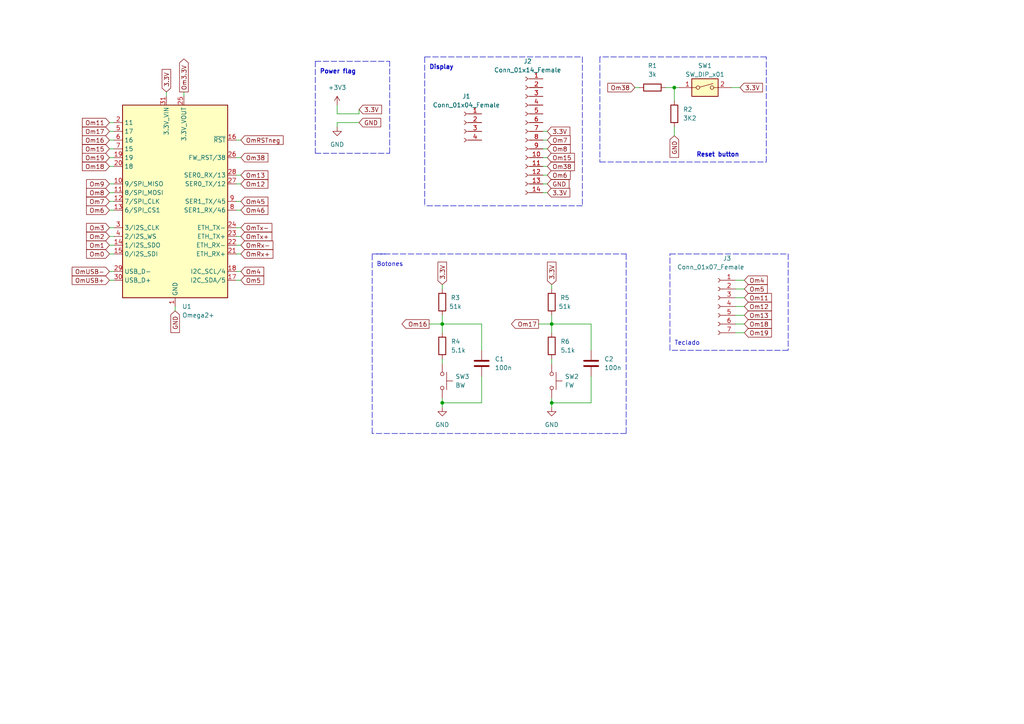
<source format=kicad_sch>
(kicad_sch (version 20211123) (generator eeschema)

  (uuid 9538e4ed-27e6-4c37-b989-9859dc0d49e8)

  (paper "A4")

  (lib_symbols
    (symbol "Connector:Conn_01x04_Female" (pin_names (offset 1.016) hide) (in_bom yes) (on_board yes)
      (property "Reference" "J" (id 0) (at 0 5.08 0)
        (effects (font (size 1.27 1.27)))
      )
      (property "Value" "Conn_01x04_Female" (id 1) (at 0 -7.62 0)
        (effects (font (size 1.27 1.27)))
      )
      (property "Footprint" "" (id 2) (at 0 0 0)
        (effects (font (size 1.27 1.27)) hide)
      )
      (property "Datasheet" "~" (id 3) (at 0 0 0)
        (effects (font (size 1.27 1.27)) hide)
      )
      (property "ki_keywords" "connector" (id 4) (at 0 0 0)
        (effects (font (size 1.27 1.27)) hide)
      )
      (property "ki_description" "Generic connector, single row, 01x04, script generated (kicad-library-utils/schlib/autogen/connector/)" (id 5) (at 0 0 0)
        (effects (font (size 1.27 1.27)) hide)
      )
      (property "ki_fp_filters" "Connector*:*_1x??_*" (id 6) (at 0 0 0)
        (effects (font (size 1.27 1.27)) hide)
      )
      (symbol "Conn_01x04_Female_1_1"
        (arc (start 0 -4.572) (mid -0.508 -5.08) (end 0 -5.588)
          (stroke (width 0.1524) (type default) (color 0 0 0 0))
          (fill (type none))
        )
        (arc (start 0 -2.032) (mid -0.508 -2.54) (end 0 -3.048)
          (stroke (width 0.1524) (type default) (color 0 0 0 0))
          (fill (type none))
        )
        (polyline
          (pts
            (xy -1.27 -5.08)
            (xy -0.508 -5.08)
          )
          (stroke (width 0.1524) (type default) (color 0 0 0 0))
          (fill (type none))
        )
        (polyline
          (pts
            (xy -1.27 -2.54)
            (xy -0.508 -2.54)
          )
          (stroke (width 0.1524) (type default) (color 0 0 0 0))
          (fill (type none))
        )
        (polyline
          (pts
            (xy -1.27 0)
            (xy -0.508 0)
          )
          (stroke (width 0.1524) (type default) (color 0 0 0 0))
          (fill (type none))
        )
        (polyline
          (pts
            (xy -1.27 2.54)
            (xy -0.508 2.54)
          )
          (stroke (width 0.1524) (type default) (color 0 0 0 0))
          (fill (type none))
        )
        (arc (start 0 0.508) (mid -0.508 0) (end 0 -0.508)
          (stroke (width 0.1524) (type default) (color 0 0 0 0))
          (fill (type none))
        )
        (arc (start 0 3.048) (mid -0.508 2.54) (end 0 2.032)
          (stroke (width 0.1524) (type default) (color 0 0 0 0))
          (fill (type none))
        )
        (pin passive line (at -5.08 2.54 0) (length 3.81)
          (name "Pin_1" (effects (font (size 1.27 1.27))))
          (number "1" (effects (font (size 1.27 1.27))))
        )
        (pin passive line (at -5.08 0 0) (length 3.81)
          (name "Pin_2" (effects (font (size 1.27 1.27))))
          (number "2" (effects (font (size 1.27 1.27))))
        )
        (pin passive line (at -5.08 -2.54 0) (length 3.81)
          (name "Pin_3" (effects (font (size 1.27 1.27))))
          (number "3" (effects (font (size 1.27 1.27))))
        )
        (pin passive line (at -5.08 -5.08 0) (length 3.81)
          (name "Pin_4" (effects (font (size 1.27 1.27))))
          (number "4" (effects (font (size 1.27 1.27))))
        )
      )
    )
    (symbol "Connector:Conn_01x07_Female" (pin_names (offset 1.016) hide) (in_bom yes) (on_board yes)
      (property "Reference" "J" (id 0) (at 0 10.16 0)
        (effects (font (size 1.27 1.27)))
      )
      (property "Value" "Conn_01x07_Female" (id 1) (at 0 -10.16 0)
        (effects (font (size 1.27 1.27)))
      )
      (property "Footprint" "" (id 2) (at 0 0 0)
        (effects (font (size 1.27 1.27)) hide)
      )
      (property "Datasheet" "~" (id 3) (at 0 0 0)
        (effects (font (size 1.27 1.27)) hide)
      )
      (property "ki_keywords" "connector" (id 4) (at 0 0 0)
        (effects (font (size 1.27 1.27)) hide)
      )
      (property "ki_description" "Generic connector, single row, 01x07, script generated (kicad-library-utils/schlib/autogen/connector/)" (id 5) (at 0 0 0)
        (effects (font (size 1.27 1.27)) hide)
      )
      (property "ki_fp_filters" "Connector*:*_1x??_*" (id 6) (at 0 0 0)
        (effects (font (size 1.27 1.27)) hide)
      )
      (symbol "Conn_01x07_Female_1_1"
        (arc (start 0 -7.112) (mid -0.508 -7.62) (end 0 -8.128)
          (stroke (width 0.1524) (type default) (color 0 0 0 0))
          (fill (type none))
        )
        (arc (start 0 -4.572) (mid -0.508 -5.08) (end 0 -5.588)
          (stroke (width 0.1524) (type default) (color 0 0 0 0))
          (fill (type none))
        )
        (arc (start 0 -2.032) (mid -0.508 -2.54) (end 0 -3.048)
          (stroke (width 0.1524) (type default) (color 0 0 0 0))
          (fill (type none))
        )
        (polyline
          (pts
            (xy -1.27 -7.62)
            (xy -0.508 -7.62)
          )
          (stroke (width 0.1524) (type default) (color 0 0 0 0))
          (fill (type none))
        )
        (polyline
          (pts
            (xy -1.27 -5.08)
            (xy -0.508 -5.08)
          )
          (stroke (width 0.1524) (type default) (color 0 0 0 0))
          (fill (type none))
        )
        (polyline
          (pts
            (xy -1.27 -2.54)
            (xy -0.508 -2.54)
          )
          (stroke (width 0.1524) (type default) (color 0 0 0 0))
          (fill (type none))
        )
        (polyline
          (pts
            (xy -1.27 0)
            (xy -0.508 0)
          )
          (stroke (width 0.1524) (type default) (color 0 0 0 0))
          (fill (type none))
        )
        (polyline
          (pts
            (xy -1.27 2.54)
            (xy -0.508 2.54)
          )
          (stroke (width 0.1524) (type default) (color 0 0 0 0))
          (fill (type none))
        )
        (polyline
          (pts
            (xy -1.27 5.08)
            (xy -0.508 5.08)
          )
          (stroke (width 0.1524) (type default) (color 0 0 0 0))
          (fill (type none))
        )
        (polyline
          (pts
            (xy -1.27 7.62)
            (xy -0.508 7.62)
          )
          (stroke (width 0.1524) (type default) (color 0 0 0 0))
          (fill (type none))
        )
        (arc (start 0 0.508) (mid -0.508 0) (end 0 -0.508)
          (stroke (width 0.1524) (type default) (color 0 0 0 0))
          (fill (type none))
        )
        (arc (start 0 3.048) (mid -0.508 2.54) (end 0 2.032)
          (stroke (width 0.1524) (type default) (color 0 0 0 0))
          (fill (type none))
        )
        (arc (start 0 5.588) (mid -0.508 5.08) (end 0 4.572)
          (stroke (width 0.1524) (type default) (color 0 0 0 0))
          (fill (type none))
        )
        (arc (start 0 8.128) (mid -0.508 7.62) (end 0 7.112)
          (stroke (width 0.1524) (type default) (color 0 0 0 0))
          (fill (type none))
        )
        (pin passive line (at -5.08 7.62 0) (length 3.81)
          (name "Pin_1" (effects (font (size 1.27 1.27))))
          (number "1" (effects (font (size 1.27 1.27))))
        )
        (pin passive line (at -5.08 5.08 0) (length 3.81)
          (name "Pin_2" (effects (font (size 1.27 1.27))))
          (number "2" (effects (font (size 1.27 1.27))))
        )
        (pin passive line (at -5.08 2.54 0) (length 3.81)
          (name "Pin_3" (effects (font (size 1.27 1.27))))
          (number "3" (effects (font (size 1.27 1.27))))
        )
        (pin passive line (at -5.08 0 0) (length 3.81)
          (name "Pin_4" (effects (font (size 1.27 1.27))))
          (number "4" (effects (font (size 1.27 1.27))))
        )
        (pin passive line (at -5.08 -2.54 0) (length 3.81)
          (name "Pin_5" (effects (font (size 1.27 1.27))))
          (number "5" (effects (font (size 1.27 1.27))))
        )
        (pin passive line (at -5.08 -5.08 0) (length 3.81)
          (name "Pin_6" (effects (font (size 1.27 1.27))))
          (number "6" (effects (font (size 1.27 1.27))))
        )
        (pin passive line (at -5.08 -7.62 0) (length 3.81)
          (name "Pin_7" (effects (font (size 1.27 1.27))))
          (number "7" (effects (font (size 1.27 1.27))))
        )
      )
    )
    (symbol "Connector:Conn_01x14_Female" (pin_names (offset 1.016) hide) (in_bom yes) (on_board yes)
      (property "Reference" "J" (id 0) (at 0 17.78 0)
        (effects (font (size 1.27 1.27)))
      )
      (property "Value" "Conn_01x14_Female" (id 1) (at 0 -20.32 0)
        (effects (font (size 1.27 1.27)))
      )
      (property "Footprint" "" (id 2) (at 0 0 0)
        (effects (font (size 1.27 1.27)) hide)
      )
      (property "Datasheet" "~" (id 3) (at 0 0 0)
        (effects (font (size 1.27 1.27)) hide)
      )
      (property "ki_keywords" "connector" (id 4) (at 0 0 0)
        (effects (font (size 1.27 1.27)) hide)
      )
      (property "ki_description" "Generic connector, single row, 01x14, script generated (kicad-library-utils/schlib/autogen/connector/)" (id 5) (at 0 0 0)
        (effects (font (size 1.27 1.27)) hide)
      )
      (property "ki_fp_filters" "Connector*:*_1x??_*" (id 6) (at 0 0 0)
        (effects (font (size 1.27 1.27)) hide)
      )
      (symbol "Conn_01x14_Female_1_1"
        (arc (start 0 -17.272) (mid -0.508 -17.78) (end 0 -18.288)
          (stroke (width 0.1524) (type default) (color 0 0 0 0))
          (fill (type none))
        )
        (arc (start 0 -14.732) (mid -0.508 -15.24) (end 0 -15.748)
          (stroke (width 0.1524) (type default) (color 0 0 0 0))
          (fill (type none))
        )
        (arc (start 0 -12.192) (mid -0.508 -12.7) (end 0 -13.208)
          (stroke (width 0.1524) (type default) (color 0 0 0 0))
          (fill (type none))
        )
        (arc (start 0 -9.652) (mid -0.508 -10.16) (end 0 -10.668)
          (stroke (width 0.1524) (type default) (color 0 0 0 0))
          (fill (type none))
        )
        (arc (start 0 -7.112) (mid -0.508 -7.62) (end 0 -8.128)
          (stroke (width 0.1524) (type default) (color 0 0 0 0))
          (fill (type none))
        )
        (arc (start 0 -4.572) (mid -0.508 -5.08) (end 0 -5.588)
          (stroke (width 0.1524) (type default) (color 0 0 0 0))
          (fill (type none))
        )
        (arc (start 0 -2.032) (mid -0.508 -2.54) (end 0 -3.048)
          (stroke (width 0.1524) (type default) (color 0 0 0 0))
          (fill (type none))
        )
        (polyline
          (pts
            (xy -1.27 -17.78)
            (xy -0.508 -17.78)
          )
          (stroke (width 0.1524) (type default) (color 0 0 0 0))
          (fill (type none))
        )
        (polyline
          (pts
            (xy -1.27 -15.24)
            (xy -0.508 -15.24)
          )
          (stroke (width 0.1524) (type default) (color 0 0 0 0))
          (fill (type none))
        )
        (polyline
          (pts
            (xy -1.27 -12.7)
            (xy -0.508 -12.7)
          )
          (stroke (width 0.1524) (type default) (color 0 0 0 0))
          (fill (type none))
        )
        (polyline
          (pts
            (xy -1.27 -10.16)
            (xy -0.508 -10.16)
          )
          (stroke (width 0.1524) (type default) (color 0 0 0 0))
          (fill (type none))
        )
        (polyline
          (pts
            (xy -1.27 -7.62)
            (xy -0.508 -7.62)
          )
          (stroke (width 0.1524) (type default) (color 0 0 0 0))
          (fill (type none))
        )
        (polyline
          (pts
            (xy -1.27 -5.08)
            (xy -0.508 -5.08)
          )
          (stroke (width 0.1524) (type default) (color 0 0 0 0))
          (fill (type none))
        )
        (polyline
          (pts
            (xy -1.27 -2.54)
            (xy -0.508 -2.54)
          )
          (stroke (width 0.1524) (type default) (color 0 0 0 0))
          (fill (type none))
        )
        (polyline
          (pts
            (xy -1.27 0)
            (xy -0.508 0)
          )
          (stroke (width 0.1524) (type default) (color 0 0 0 0))
          (fill (type none))
        )
        (polyline
          (pts
            (xy -1.27 2.54)
            (xy -0.508 2.54)
          )
          (stroke (width 0.1524) (type default) (color 0 0 0 0))
          (fill (type none))
        )
        (polyline
          (pts
            (xy -1.27 5.08)
            (xy -0.508 5.08)
          )
          (stroke (width 0.1524) (type default) (color 0 0 0 0))
          (fill (type none))
        )
        (polyline
          (pts
            (xy -1.27 7.62)
            (xy -0.508 7.62)
          )
          (stroke (width 0.1524) (type default) (color 0 0 0 0))
          (fill (type none))
        )
        (polyline
          (pts
            (xy -1.27 10.16)
            (xy -0.508 10.16)
          )
          (stroke (width 0.1524) (type default) (color 0 0 0 0))
          (fill (type none))
        )
        (polyline
          (pts
            (xy -1.27 12.7)
            (xy -0.508 12.7)
          )
          (stroke (width 0.1524) (type default) (color 0 0 0 0))
          (fill (type none))
        )
        (polyline
          (pts
            (xy -1.27 15.24)
            (xy -0.508 15.24)
          )
          (stroke (width 0.1524) (type default) (color 0 0 0 0))
          (fill (type none))
        )
        (arc (start 0 0.508) (mid -0.508 0) (end 0 -0.508)
          (stroke (width 0.1524) (type default) (color 0 0 0 0))
          (fill (type none))
        )
        (arc (start 0 3.048) (mid -0.508 2.54) (end 0 2.032)
          (stroke (width 0.1524) (type default) (color 0 0 0 0))
          (fill (type none))
        )
        (arc (start 0 5.588) (mid -0.508 5.08) (end 0 4.572)
          (stroke (width 0.1524) (type default) (color 0 0 0 0))
          (fill (type none))
        )
        (arc (start 0 8.128) (mid -0.508 7.62) (end 0 7.112)
          (stroke (width 0.1524) (type default) (color 0 0 0 0))
          (fill (type none))
        )
        (arc (start 0 10.668) (mid -0.508 10.16) (end 0 9.652)
          (stroke (width 0.1524) (type default) (color 0 0 0 0))
          (fill (type none))
        )
        (arc (start 0 13.208) (mid -0.508 12.7) (end 0 12.192)
          (stroke (width 0.1524) (type default) (color 0 0 0 0))
          (fill (type none))
        )
        (arc (start 0 15.748) (mid -0.508 15.24) (end 0 14.732)
          (stroke (width 0.1524) (type default) (color 0 0 0 0))
          (fill (type none))
        )
        (pin passive line (at -5.08 15.24 0) (length 3.81)
          (name "Pin_1" (effects (font (size 1.27 1.27))))
          (number "1" (effects (font (size 1.27 1.27))))
        )
        (pin passive line (at -5.08 -7.62 0) (length 3.81)
          (name "Pin_10" (effects (font (size 1.27 1.27))))
          (number "10" (effects (font (size 1.27 1.27))))
        )
        (pin passive line (at -5.08 -10.16 0) (length 3.81)
          (name "Pin_11" (effects (font (size 1.27 1.27))))
          (number "11" (effects (font (size 1.27 1.27))))
        )
        (pin passive line (at -5.08 -12.7 0) (length 3.81)
          (name "Pin_12" (effects (font (size 1.27 1.27))))
          (number "12" (effects (font (size 1.27 1.27))))
        )
        (pin passive line (at -5.08 -15.24 0) (length 3.81)
          (name "Pin_13" (effects (font (size 1.27 1.27))))
          (number "13" (effects (font (size 1.27 1.27))))
        )
        (pin passive line (at -5.08 -17.78 0) (length 3.81)
          (name "Pin_14" (effects (font (size 1.27 1.27))))
          (number "14" (effects (font (size 1.27 1.27))))
        )
        (pin passive line (at -5.08 12.7 0) (length 3.81)
          (name "Pin_2" (effects (font (size 1.27 1.27))))
          (number "2" (effects (font (size 1.27 1.27))))
        )
        (pin passive line (at -5.08 10.16 0) (length 3.81)
          (name "Pin_3" (effects (font (size 1.27 1.27))))
          (number "3" (effects (font (size 1.27 1.27))))
        )
        (pin passive line (at -5.08 7.62 0) (length 3.81)
          (name "Pin_4" (effects (font (size 1.27 1.27))))
          (number "4" (effects (font (size 1.27 1.27))))
        )
        (pin passive line (at -5.08 5.08 0) (length 3.81)
          (name "Pin_5" (effects (font (size 1.27 1.27))))
          (number "5" (effects (font (size 1.27 1.27))))
        )
        (pin passive line (at -5.08 2.54 0) (length 3.81)
          (name "Pin_6" (effects (font (size 1.27 1.27))))
          (number "6" (effects (font (size 1.27 1.27))))
        )
        (pin passive line (at -5.08 0 0) (length 3.81)
          (name "Pin_7" (effects (font (size 1.27 1.27))))
          (number "7" (effects (font (size 1.27 1.27))))
        )
        (pin passive line (at -5.08 -2.54 0) (length 3.81)
          (name "Pin_8" (effects (font (size 1.27 1.27))))
          (number "8" (effects (font (size 1.27 1.27))))
        )
        (pin passive line (at -5.08 -5.08 0) (length 3.81)
          (name "Pin_9" (effects (font (size 1.27 1.27))))
          (number "9" (effects (font (size 1.27 1.27))))
        )
      )
    )
    (symbol "Device:C" (pin_numbers hide) (pin_names (offset 0.254)) (in_bom yes) (on_board yes)
      (property "Reference" "C" (id 0) (at 0.635 2.54 0)
        (effects (font (size 1.27 1.27)) (justify left))
      )
      (property "Value" "C" (id 1) (at 0.635 -2.54 0)
        (effects (font (size 1.27 1.27)) (justify left))
      )
      (property "Footprint" "" (id 2) (at 0.9652 -3.81 0)
        (effects (font (size 1.27 1.27)) hide)
      )
      (property "Datasheet" "~" (id 3) (at 0 0 0)
        (effects (font (size 1.27 1.27)) hide)
      )
      (property "ki_keywords" "cap capacitor" (id 4) (at 0 0 0)
        (effects (font (size 1.27 1.27)) hide)
      )
      (property "ki_description" "Unpolarized capacitor" (id 5) (at 0 0 0)
        (effects (font (size 1.27 1.27)) hide)
      )
      (property "ki_fp_filters" "C_*" (id 6) (at 0 0 0)
        (effects (font (size 1.27 1.27)) hide)
      )
      (symbol "C_0_1"
        (polyline
          (pts
            (xy -2.032 -0.762)
            (xy 2.032 -0.762)
          )
          (stroke (width 0.508) (type default) (color 0 0 0 0))
          (fill (type none))
        )
        (polyline
          (pts
            (xy -2.032 0.762)
            (xy 2.032 0.762)
          )
          (stroke (width 0.508) (type default) (color 0 0 0 0))
          (fill (type none))
        )
      )
      (symbol "C_1_1"
        (pin passive line (at 0 3.81 270) (length 2.794)
          (name "~" (effects (font (size 1.27 1.27))))
          (number "1" (effects (font (size 1.27 1.27))))
        )
        (pin passive line (at 0 -3.81 90) (length 2.794)
          (name "~" (effects (font (size 1.27 1.27))))
          (number "2" (effects (font (size 1.27 1.27))))
        )
      )
    )
    (symbol "Device:R" (pin_numbers hide) (pin_names (offset 0)) (in_bom yes) (on_board yes)
      (property "Reference" "R" (id 0) (at 2.032 0 90)
        (effects (font (size 1.27 1.27)))
      )
      (property "Value" "R" (id 1) (at 0 0 90)
        (effects (font (size 1.27 1.27)))
      )
      (property "Footprint" "" (id 2) (at -1.778 0 90)
        (effects (font (size 1.27 1.27)) hide)
      )
      (property "Datasheet" "~" (id 3) (at 0 0 0)
        (effects (font (size 1.27 1.27)) hide)
      )
      (property "ki_keywords" "R res resistor" (id 4) (at 0 0 0)
        (effects (font (size 1.27 1.27)) hide)
      )
      (property "ki_description" "Resistor" (id 5) (at 0 0 0)
        (effects (font (size 1.27 1.27)) hide)
      )
      (property "ki_fp_filters" "R_*" (id 6) (at 0 0 0)
        (effects (font (size 1.27 1.27)) hide)
      )
      (symbol "R_0_1"
        (rectangle (start -1.016 -2.54) (end 1.016 2.54)
          (stroke (width 0.254) (type default) (color 0 0 0 0))
          (fill (type none))
        )
      )
      (symbol "R_1_1"
        (pin passive line (at 0 3.81 270) (length 1.27)
          (name "~" (effects (font (size 1.27 1.27))))
          (number "1" (effects (font (size 1.27 1.27))))
        )
        (pin passive line (at 0 -3.81 90) (length 1.27)
          (name "~" (effects (font (size 1.27 1.27))))
          (number "2" (effects (font (size 1.27 1.27))))
        )
      )
    )
    (symbol "MCU_Module:Omega2+" (in_bom yes) (on_board yes)
      (property "Reference" "U" (id 0) (at -15.24 29.21 0)
        (effects (font (size 1.27 1.27)) (justify left))
      )
      (property "Value" "Omega2+" (id 1) (at 6.35 29.21 0)
        (effects (font (size 1.27 1.27)) (justify left))
      )
      (property "Footprint" "Module:Onion_Omega2+" (id 2) (at 0 -38.1 0)
        (effects (font (size 1.27 1.27)) hide)
      )
      (property "Datasheet" "https://docs.onion.io/omega2-docs/omega2p.html" (id 3) (at -81.28 -29.21 0)
        (effects (font (size 1.27 1.27)) hide)
      )
      (property "ki_keywords" "onion omega module" (id 4) (at 0 0 0)
        (effects (font (size 1.27 1.27)) hide)
      )
      (property "ki_description" "Iot Computer Module by Onion" (id 5) (at 0 0 0)
        (effects (font (size 1.27 1.27)) hide)
      )
      (property "ki_fp_filters" "Onion*Omega2+*" (id 6) (at 0 0 0)
        (effects (font (size 1.27 1.27)) hide)
      )
      (symbol "Omega2+_0_1"
        (rectangle (start -15.24 27.94) (end 15.24 -27.94)
          (stroke (width 0.254) (type default) (color 0 0 0 0))
          (fill (type background))
        )
      )
      (symbol "Omega2+_1_1"
        (pin power_in line (at 0 -30.48 90) (length 2.54)
          (name "GND" (effects (font (size 1.27 1.27))))
          (number "1" (effects (font (size 1.27 1.27))))
        )
        (pin bidirectional line (at -17.78 5.08 0) (length 2.54)
          (name "9/SPI_MISO" (effects (font (size 1.27 1.27))))
          (number "10" (effects (font (size 1.27 1.27))))
        )
        (pin bidirectional line (at -17.78 2.54 0) (length 2.54)
          (name "8/SPI_MOSI" (effects (font (size 1.27 1.27))))
          (number "11" (effects (font (size 1.27 1.27))))
        )
        (pin bidirectional line (at -17.78 0 0) (length 2.54)
          (name "7/SPI_CLK" (effects (font (size 1.27 1.27))))
          (number "12" (effects (font (size 1.27 1.27))))
        )
        (pin bidirectional line (at -17.78 -2.54 0) (length 2.54)
          (name "6/SPI_CS1" (effects (font (size 1.27 1.27))))
          (number "13" (effects (font (size 1.27 1.27))))
        )
        (pin bidirectional line (at -17.78 -12.7 0) (length 2.54)
          (name "1/I2S_SDO" (effects (font (size 1.27 1.27))))
          (number "14" (effects (font (size 1.27 1.27))))
        )
        (pin bidirectional line (at -17.78 -15.24 0) (length 2.54)
          (name "0/I2S_SDI" (effects (font (size 1.27 1.27))))
          (number "15" (effects (font (size 1.27 1.27))))
        )
        (pin input line (at 17.78 17.78 180) (length 2.54)
          (name "~{RST}" (effects (font (size 1.27 1.27))))
          (number "16" (effects (font (size 1.27 1.27))))
        )
        (pin bidirectional line (at 17.78 -22.86 180) (length 2.54)
          (name "I2C_SDA/5" (effects (font (size 1.27 1.27))))
          (number "17" (effects (font (size 1.27 1.27))))
        )
        (pin bidirectional line (at 17.78 -20.32 180) (length 2.54)
          (name "I2C_SCL/4" (effects (font (size 1.27 1.27))))
          (number "18" (effects (font (size 1.27 1.27))))
        )
        (pin bidirectional line (at -17.78 12.7 0) (length 2.54)
          (name "19" (effects (font (size 1.27 1.27))))
          (number "19" (effects (font (size 1.27 1.27))))
        )
        (pin bidirectional line (at -17.78 22.86 0) (length 2.54)
          (name "11" (effects (font (size 1.27 1.27))))
          (number "2" (effects (font (size 1.27 1.27))))
        )
        (pin bidirectional line (at -17.78 10.16 0) (length 2.54)
          (name "18" (effects (font (size 1.27 1.27))))
          (number "20" (effects (font (size 1.27 1.27))))
        )
        (pin input line (at 17.78 -15.24 180) (length 2.54)
          (name "ETH_RX+" (effects (font (size 1.27 1.27))))
          (number "21" (effects (font (size 1.27 1.27))))
        )
        (pin input line (at 17.78 -12.7 180) (length 2.54)
          (name "ETH_RX-" (effects (font (size 1.27 1.27))))
          (number "22" (effects (font (size 1.27 1.27))))
        )
        (pin output line (at 17.78 -10.16 180) (length 2.54)
          (name "ETH_TX+" (effects (font (size 1.27 1.27))))
          (number "23" (effects (font (size 1.27 1.27))))
        )
        (pin output line (at 17.78 -7.62 180) (length 2.54)
          (name "ETH_TX-" (effects (font (size 1.27 1.27))))
          (number "24" (effects (font (size 1.27 1.27))))
        )
        (pin power_out line (at 2.54 30.48 270) (length 2.54)
          (name "3.3V_VOUT" (effects (font (size 1.27 1.27))))
          (number "25" (effects (font (size 1.27 1.27))))
        )
        (pin bidirectional line (at 17.78 12.7 180) (length 2.54)
          (name "FW_RST/38" (effects (font (size 1.27 1.27))))
          (number "26" (effects (font (size 1.27 1.27))))
        )
        (pin bidirectional line (at 17.78 5.08 180) (length 2.54)
          (name "SER0_TX/12" (effects (font (size 1.27 1.27))))
          (number "27" (effects (font (size 1.27 1.27))))
        )
        (pin bidirectional line (at 17.78 7.62 180) (length 2.54)
          (name "SER0_RX/13" (effects (font (size 1.27 1.27))))
          (number "28" (effects (font (size 1.27 1.27))))
        )
        (pin bidirectional line (at -17.78 -20.32 0) (length 2.54)
          (name "USB_D-" (effects (font (size 1.27 1.27))))
          (number "29" (effects (font (size 1.27 1.27))))
        )
        (pin bidirectional line (at -17.78 -7.62 0) (length 2.54)
          (name "3/I2S_CLK" (effects (font (size 1.27 1.27))))
          (number "3" (effects (font (size 1.27 1.27))))
        )
        (pin bidirectional line (at -17.78 -22.86 0) (length 2.54)
          (name "USB_D+" (effects (font (size 1.27 1.27))))
          (number "30" (effects (font (size 1.27 1.27))))
        )
        (pin power_in line (at -2.54 30.48 270) (length 2.54)
          (name "3.3V_VIN" (effects (font (size 1.27 1.27))))
          (number "31" (effects (font (size 1.27 1.27))))
        )
        (pin passive line (at 0 -30.48 90) (length 2.54) hide
          (name "GND" (effects (font (size 1.27 1.27))))
          (number "32" (effects (font (size 1.27 1.27))))
        )
        (pin bidirectional line (at -17.78 -10.16 0) (length 2.54)
          (name "2/I2S_WS" (effects (font (size 1.27 1.27))))
          (number "4" (effects (font (size 1.27 1.27))))
        )
        (pin bidirectional line (at -17.78 20.32 0) (length 2.54)
          (name "17" (effects (font (size 1.27 1.27))))
          (number "5" (effects (font (size 1.27 1.27))))
        )
        (pin bidirectional line (at -17.78 17.78 0) (length 2.54)
          (name "16" (effects (font (size 1.27 1.27))))
          (number "6" (effects (font (size 1.27 1.27))))
        )
        (pin bidirectional line (at -17.78 15.24 0) (length 2.54)
          (name "15" (effects (font (size 1.27 1.27))))
          (number "7" (effects (font (size 1.27 1.27))))
        )
        (pin bidirectional line (at 17.78 -2.54 180) (length 2.54)
          (name "SER1_RX/46" (effects (font (size 1.27 1.27))))
          (number "8" (effects (font (size 1.27 1.27))))
        )
        (pin bidirectional line (at 17.78 0 180) (length 2.54)
          (name "SER1_TX/45" (effects (font (size 1.27 1.27))))
          (number "9" (effects (font (size 1.27 1.27))))
        )
      )
    )
    (symbol "R_1" (pin_numbers hide) (pin_names (offset 0) hide) (in_bom yes) (on_board yes)
      (property "Reference" "R" (id 0) (at 2.032 0 90)
        (effects (font (size 1.27 1.27)))
      )
      (property "Value" "R_1" (id 1) (at 0 0 90)
        (effects (font (size 1.27 1.27)))
      )
      (property "Footprint" "" (id 2) (at -1.778 0 90)
        (effects (font (size 1.27 1.27)) hide)
      )
      (property "Datasheet" "~" (id 3) (at 0 0 0)
        (effects (font (size 1.27 1.27)) hide)
      )
      (property "ki_keywords" "R res resistor" (id 4) (at 0 0 0)
        (effects (font (size 1.27 1.27)) hide)
      )
      (property "ki_description" "Resistor" (id 5) (at 0 0 0)
        (effects (font (size 1.27 1.27)) hide)
      )
      (property "ki_fp_filters" "R_*" (id 6) (at 0 0 0)
        (effects (font (size 1.27 1.27)) hide)
      )
      (symbol "R_1_0_1"
        (rectangle (start -1.016 -2.54) (end 1.016 2.54)
          (stroke (width 0.254) (type default) (color 0 0 0 0))
          (fill (type none))
        )
      )
      (symbol "R_1_1_1"
        (pin passive line (at 0 3.81 270) (length 1.27)
          (name "~" (effects (font (size 1.27 1.27))))
          (number "1" (effects (font (size 1.27 1.27))))
        )
        (pin passive line (at 0 -3.81 90) (length 1.27)
          (name "~" (effects (font (size 1.27 1.27))))
          (number "2" (effects (font (size 1.27 1.27))))
        )
      )
    )
    (symbol "Switch:SW_DIP_x01" (pin_names (offset 0) hide) (in_bom yes) (on_board yes)
      (property "Reference" "SW" (id 0) (at 0 3.81 0)
        (effects (font (size 1.27 1.27)))
      )
      (property "Value" "SW_DIP_x01" (id 1) (at 0 -3.81 0)
        (effects (font (size 1.27 1.27)))
      )
      (property "Footprint" "" (id 2) (at 0 0 0)
        (effects (font (size 1.27 1.27)) hide)
      )
      (property "Datasheet" "~" (id 3) (at 0 0 0)
        (effects (font (size 1.27 1.27)) hide)
      )
      (property "ki_keywords" "dip switch" (id 4) (at 0 0 0)
        (effects (font (size 1.27 1.27)) hide)
      )
      (property "ki_description" "1x DIP Switch, Single Pole Single Throw (SPST) switch, small symbol" (id 5) (at 0 0 0)
        (effects (font (size 1.27 1.27)) hide)
      )
      (property "ki_fp_filters" "SW?DIP?x1*" (id 6) (at 0 0 0)
        (effects (font (size 1.27 1.27)) hide)
      )
      (symbol "SW_DIP_x01_0_0"
        (circle (center -2.032 0) (radius 0.508)
          (stroke (width 0) (type default) (color 0 0 0 0))
          (fill (type none))
        )
        (polyline
          (pts
            (xy -1.524 0.127)
            (xy 2.3622 1.1684)
          )
          (stroke (width 0) (type default) (color 0 0 0 0))
          (fill (type none))
        )
        (circle (center 2.032 0) (radius 0.508)
          (stroke (width 0) (type default) (color 0 0 0 0))
          (fill (type none))
        )
      )
      (symbol "SW_DIP_x01_0_1"
        (rectangle (start -3.81 2.54) (end 3.81 -2.54)
          (stroke (width 0.254) (type default) (color 0 0 0 0))
          (fill (type background))
        )
      )
      (symbol "SW_DIP_x01_1_1"
        (pin passive line (at -7.62 0 0) (length 5.08)
          (name "~" (effects (font (size 1.27 1.27))))
          (number "1" (effects (font (size 1.27 1.27))))
        )
        (pin passive line (at 7.62 0 180) (length 5.08)
          (name "~" (effects (font (size 1.27 1.27))))
          (number "2" (effects (font (size 1.27 1.27))))
        )
      )
    )
    (symbol "Switch:SW_Push" (pin_numbers hide) (pin_names (offset 1.016) hide) (in_bom yes) (on_board yes)
      (property "Reference" "SW" (id 0) (at 1.27 2.54 0)
        (effects (font (size 1.27 1.27)) (justify left))
      )
      (property "Value" "SW_Push" (id 1) (at 0 -1.524 0)
        (effects (font (size 1.27 1.27)))
      )
      (property "Footprint" "" (id 2) (at 0 5.08 0)
        (effects (font (size 1.27 1.27)) hide)
      )
      (property "Datasheet" "~" (id 3) (at 0 5.08 0)
        (effects (font (size 1.27 1.27)) hide)
      )
      (property "ki_keywords" "switch normally-open pushbutton push-button" (id 4) (at 0 0 0)
        (effects (font (size 1.27 1.27)) hide)
      )
      (property "ki_description" "Push button switch, generic, two pins" (id 5) (at 0 0 0)
        (effects (font (size 1.27 1.27)) hide)
      )
      (symbol "SW_Push_0_1"
        (circle (center -2.032 0) (radius 0.508)
          (stroke (width 0) (type default) (color 0 0 0 0))
          (fill (type none))
        )
        (polyline
          (pts
            (xy 0 1.27)
            (xy 0 3.048)
          )
          (stroke (width 0) (type default) (color 0 0 0 0))
          (fill (type none))
        )
        (polyline
          (pts
            (xy 2.54 1.27)
            (xy -2.54 1.27)
          )
          (stroke (width 0) (type default) (color 0 0 0 0))
          (fill (type none))
        )
        (circle (center 2.032 0) (radius 0.508)
          (stroke (width 0) (type default) (color 0 0 0 0))
          (fill (type none))
        )
        (pin passive line (at -5.08 0 0) (length 2.54)
          (name "1" (effects (font (size 1.27 1.27))))
          (number "1" (effects (font (size 1.27 1.27))))
        )
        (pin passive line (at 5.08 0 180) (length 2.54)
          (name "2" (effects (font (size 1.27 1.27))))
          (number "2" (effects (font (size 1.27 1.27))))
        )
      )
    )
    (symbol "power:+3.3V" (power) (pin_names (offset 0)) (in_bom yes) (on_board yes)
      (property "Reference" "#PWR" (id 0) (at 0 -3.81 0)
        (effects (font (size 1.27 1.27)) hide)
      )
      (property "Value" "+3.3V" (id 1) (at 0 3.556 0)
        (effects (font (size 1.27 1.27)))
      )
      (property "Footprint" "" (id 2) (at 0 0 0)
        (effects (font (size 1.27 1.27)) hide)
      )
      (property "Datasheet" "" (id 3) (at 0 0 0)
        (effects (font (size 1.27 1.27)) hide)
      )
      (property "ki_keywords" "power-flag" (id 4) (at 0 0 0)
        (effects (font (size 1.27 1.27)) hide)
      )
      (property "ki_description" "Power symbol creates a global label with name \"+3.3V\"" (id 5) (at 0 0 0)
        (effects (font (size 1.27 1.27)) hide)
      )
      (symbol "+3.3V_0_1"
        (polyline
          (pts
            (xy -0.762 1.27)
            (xy 0 2.54)
          )
          (stroke (width 0) (type default) (color 0 0 0 0))
          (fill (type none))
        )
        (polyline
          (pts
            (xy 0 0)
            (xy 0 2.54)
          )
          (stroke (width 0) (type default) (color 0 0 0 0))
          (fill (type none))
        )
        (polyline
          (pts
            (xy 0 2.54)
            (xy 0.762 1.27)
          )
          (stroke (width 0) (type default) (color 0 0 0 0))
          (fill (type none))
        )
      )
      (symbol "+3.3V_1_1"
        (pin power_in line (at 0 0 90) (length 0) hide
          (name "+3V3" (effects (font (size 1.27 1.27))))
          (number "1" (effects (font (size 1.27 1.27))))
        )
      )
    )
    (symbol "power:GND" (power) (pin_names (offset 0)) (in_bom yes) (on_board yes)
      (property "Reference" "#PWR" (id 0) (at 0 -6.35 0)
        (effects (font (size 1.27 1.27)) hide)
      )
      (property "Value" "GND" (id 1) (at 0 -3.81 0)
        (effects (font (size 1.27 1.27)))
      )
      (property "Footprint" "" (id 2) (at 0 0 0)
        (effects (font (size 1.27 1.27)) hide)
      )
      (property "Datasheet" "" (id 3) (at 0 0 0)
        (effects (font (size 1.27 1.27)) hide)
      )
      (property "ki_keywords" "power-flag" (id 4) (at 0 0 0)
        (effects (font (size 1.27 1.27)) hide)
      )
      (property "ki_description" "Power symbol creates a global label with name \"GND\" , ground" (id 5) (at 0 0 0)
        (effects (font (size 1.27 1.27)) hide)
      )
      (symbol "GND_0_1"
        (polyline
          (pts
            (xy 0 0)
            (xy 0 -1.27)
            (xy 1.27 -1.27)
            (xy 0 -2.54)
            (xy -1.27 -1.27)
            (xy 0 -1.27)
          )
          (stroke (width 0) (type default) (color 0 0 0 0))
          (fill (type none))
        )
      )
      (symbol "GND_1_1"
        (pin power_in line (at 0 0 270) (length 0) hide
          (name "GND" (effects (font (size 1.27 1.27))))
          (number "1" (effects (font (size 1.27 1.27))))
        )
      )
    )
  )

  (junction (at 160.02 116.84) (diameter 0) (color 0 0 0 0)
    (uuid 684829a1-14fb-436a-9093-a9211cbef360)
  )
  (junction (at 128.27 116.84) (diameter 0) (color 0 0 0 0)
    (uuid 8dc186eb-86cf-41e1-8b58-fae7324b6144)
  )
  (junction (at 128.27 93.98) (diameter 0) (color 0 0 0 0)
    (uuid a83a46a9-63ee-4d26-bfce-0ba963092218)
  )
  (junction (at 195.58 25.4) (diameter 0) (color 0 0 0 0)
    (uuid bac06272-4f27-4785-92ba-b671950a2058)
  )
  (junction (at 160.02 93.98) (diameter 0) (color 0 0 0 0)
    (uuid fedd826e-74ae-4512-8096-f38aaffedb7c)
  )

  (wire (pts (xy 213.36 86.36) (xy 215.9 86.36))
    (stroke (width 0) (type default) (color 0 0 0 0))
    (uuid 006a0541-e845-478e-a408-09c92b51076e)
  )
  (wire (pts (xy 97.79 33.02) (xy 104.14 33.02))
    (stroke (width 0) (type default) (color 0 0 0 0))
    (uuid 0097355d-90ee-4b79-bce0-610796d1c927)
  )
  (wire (pts (xy 171.45 101.6) (xy 171.45 93.98))
    (stroke (width 0) (type default) (color 0 0 0 0))
    (uuid 05e97569-cb43-4bfe-9c28-ea03e56f9c42)
  )
  (wire (pts (xy 97.79 30.48) (xy 97.79 33.02))
    (stroke (width 0) (type default) (color 0 0 0 0))
    (uuid 05ffdca0-d2f5-4462-963f-d996e626313c)
  )
  (wire (pts (xy 31.75 81.28) (xy 33.02 81.28))
    (stroke (width 0) (type default) (color 0 0 0 0))
    (uuid 073e8fd9-60c6-46cd-a96c-487ad8a9ef84)
  )
  (wire (pts (xy 171.45 93.98) (xy 160.02 93.98))
    (stroke (width 0) (type default) (color 0 0 0 0))
    (uuid 0db2329c-20dc-462b-b20a-ad6f2e2cbe93)
  )
  (wire (pts (xy 157.48 45.72) (xy 158.75 45.72))
    (stroke (width 0) (type default) (color 0 0 0 0))
    (uuid 0e573a4f-cc91-43fe-9969-84e0a6ec6bed)
  )
  (wire (pts (xy 213.36 88.9) (xy 215.9 88.9))
    (stroke (width 0) (type default) (color 0 0 0 0))
    (uuid 0fcad432-e55d-488b-b5e3-66d63fd1d434)
  )
  (wire (pts (xy 53.34 26.67) (xy 53.34 27.94))
    (stroke (width 0) (type default) (color 0 0 0 0))
    (uuid 12502828-2d9e-408e-9c25-9b1d67d1eea4)
  )
  (polyline (pts (xy 181.61 125.73) (xy 107.95 125.73))
    (stroke (width 0) (type default) (color 0 0 0 0))
    (uuid 146bccde-fd04-4ba9-8bf7-701bfecbe28b)
  )

  (wire (pts (xy 69.85 73.66) (xy 68.58 73.66))
    (stroke (width 0) (type default) (color 0 0 0 0))
    (uuid 15a31f54-04c5-419f-8f88-f4c8aa85b434)
  )
  (wire (pts (xy 160.02 82.55) (xy 160.02 83.82))
    (stroke (width 0) (type default) (color 0 0 0 0))
    (uuid 16e7dd30-8a60-41e6-8325-60db1ff50bda)
  )
  (wire (pts (xy 214.63 25.4) (xy 212.09 25.4))
    (stroke (width 0) (type default) (color 0 0 0 0))
    (uuid 1a5564c0-2658-4db4-aaab-b31be9e6edab)
  )
  (wire (pts (xy 69.85 45.72) (xy 68.58 45.72))
    (stroke (width 0) (type default) (color 0 0 0 0))
    (uuid 1b1dadc2-6b63-41cb-ac1b-f88c3d8ab182)
  )
  (polyline (pts (xy 173.99 16.51) (xy 173.99 46.99))
    (stroke (width 0) (type default) (color 0 0 0 0))
    (uuid 1cce2efa-b9cc-494a-8456-5621330f7303)
  )

  (wire (pts (xy 31.75 53.34) (xy 33.02 53.34))
    (stroke (width 0) (type default) (color 0 0 0 0))
    (uuid 2084b741-ec9d-4c07-a146-8806c165fff3)
  )
  (wire (pts (xy 157.48 48.26) (xy 158.75 48.26))
    (stroke (width 0) (type default) (color 0 0 0 0))
    (uuid 21a0e9c8-dee6-4f28-bdc4-f2405df583e6)
  )
  (wire (pts (xy 157.48 50.8) (xy 158.75 50.8))
    (stroke (width 0) (type default) (color 0 0 0 0))
    (uuid 2229ed93-4c17-4f3b-a782-0ad69fd374af)
  )
  (wire (pts (xy 195.58 25.4) (xy 195.58 29.21))
    (stroke (width 0) (type default) (color 0 0 0 0))
    (uuid 225e2a47-c7b5-4b19-aba1-40b406a20372)
  )
  (polyline (pts (xy 91.44 17.78) (xy 91.44 44.45))
    (stroke (width 0) (type default) (color 0 0 0 0))
    (uuid 273bae77-f309-4c50-a40c-f428549a9a8e)
  )

  (wire (pts (xy 157.48 38.1) (xy 158.75 38.1))
    (stroke (width 0) (type default) (color 0 0 0 0))
    (uuid 2858424b-6060-4d52-985f-4a62eede8c02)
  )
  (wire (pts (xy 124.46 93.98) (xy 128.27 93.98))
    (stroke (width 0) (type default) (color 0 0 0 0))
    (uuid 2be23707-43d6-4159-94ab-fc7f4974c9b7)
  )
  (wire (pts (xy 213.36 91.44) (xy 215.9 91.44))
    (stroke (width 0) (type default) (color 0 0 0 0))
    (uuid 2ff5a3f5-8347-47b1-8989-b9dbb8550b32)
  )
  (wire (pts (xy 213.36 93.98) (xy 215.9 93.98))
    (stroke (width 0) (type default) (color 0 0 0 0))
    (uuid 3027e252-78d2-4a78-89b7-ff1c58f7b149)
  )
  (wire (pts (xy 213.36 81.28) (xy 215.9 81.28))
    (stroke (width 0) (type default) (color 0 0 0 0))
    (uuid 3048503d-6375-4b20-8607-4ec5ba50c92a)
  )
  (wire (pts (xy 69.85 50.8) (xy 68.58 50.8))
    (stroke (width 0) (type default) (color 0 0 0 0))
    (uuid 3344b0bc-ef29-421a-9f17-f91bcf152964)
  )
  (wire (pts (xy 31.75 60.96) (xy 33.02 60.96))
    (stroke (width 0) (type default) (color 0 0 0 0))
    (uuid 3452b37c-30e1-41a1-a62d-631327aec9e6)
  )
  (polyline (pts (xy 173.99 46.99) (xy 222.25 46.99))
    (stroke (width 0) (type default) (color 0 0 0 0))
    (uuid 394b054a-0c16-43ad-b862-54284ebabba9)
  )
  (polyline (pts (xy 222.25 46.99) (xy 222.25 16.51))
    (stroke (width 0) (type default) (color 0 0 0 0))
    (uuid 3c9f712d-ecd4-4255-ac89-ed6f30d66b41)
  )

  (wire (pts (xy 139.7 101.6) (xy 139.7 93.98))
    (stroke (width 0) (type default) (color 0 0 0 0))
    (uuid 3f2f1aeb-24f2-4597-bbb9-54b12c752d6f)
  )
  (wire (pts (xy 69.85 78.74) (xy 68.58 78.74))
    (stroke (width 0) (type default) (color 0 0 0 0))
    (uuid 42103527-2cdd-4e9b-9c21-3a47dc4d99ef)
  )
  (polyline (pts (xy 228.6 101.6) (xy 194.31 101.6))
    (stroke (width 0) (type default) (color 0 0 0 0))
    (uuid 440b95eb-bf43-4ce0-b6bb-44a66b49e91d)
  )
  (polyline (pts (xy 109.22 73.66) (xy 181.61 73.66))
    (stroke (width 0) (type default) (color 0 0 0 0))
    (uuid 4a794a6c-2999-494a-8e8f-8c2da759703b)
  )

  (wire (pts (xy 69.85 71.12) (xy 68.58 71.12))
    (stroke (width 0) (type default) (color 0 0 0 0))
    (uuid 4e456102-642a-4219-b8cd-cf6c61abfd4a)
  )
  (wire (pts (xy 31.75 38.1) (xy 33.02 38.1))
    (stroke (width 0) (type default) (color 0 0 0 0))
    (uuid 50daeea9-07e3-4dc0-a723-465e20818d71)
  )
  (wire (pts (xy 69.85 53.34) (xy 68.58 53.34))
    (stroke (width 0) (type default) (color 0 0 0 0))
    (uuid 565588d7-db62-4cb3-8978-5eeff2f535ce)
  )
  (wire (pts (xy 128.27 116.84) (xy 128.27 118.11))
    (stroke (width 0) (type default) (color 0 0 0 0))
    (uuid 589039ca-2779-4520-b3e8-3f7f6261d041)
  )
  (wire (pts (xy 69.85 58.42) (xy 68.58 58.42))
    (stroke (width 0) (type default) (color 0 0 0 0))
    (uuid 5906853e-c910-4bfc-8cca-b9544b57f835)
  )
  (wire (pts (xy 213.36 96.52) (xy 215.9 96.52))
    (stroke (width 0) (type default) (color 0 0 0 0))
    (uuid 5c237bc4-71f9-4600-b805-4cb48fcd2f5f)
  )
  (polyline (pts (xy 168.91 16.51) (xy 168.91 59.69))
    (stroke (width 0) (type default) (color 0 0 0 0))
    (uuid 5e7f7e96-3644-4c8a-8a3e-8bb2aebef1ee)
  )

  (wire (pts (xy 157.48 43.18) (xy 158.75 43.18))
    (stroke (width 0) (type default) (color 0 0 0 0))
    (uuid 63271c18-813c-463b-a8df-da29aee5e4cc)
  )
  (wire (pts (xy 128.27 104.14) (xy 128.27 105.41))
    (stroke (width 0) (type default) (color 0 0 0 0))
    (uuid 6356fe97-06cd-4a4b-b2f2-2e98498da4a1)
  )
  (wire (pts (xy 31.75 68.58) (xy 33.02 68.58))
    (stroke (width 0) (type default) (color 0 0 0 0))
    (uuid 63eaf36d-377d-467c-bdae-1d1c9e16c3ef)
  )
  (wire (pts (xy 97.79 35.56) (xy 104.14 35.56))
    (stroke (width 0) (type default) (color 0 0 0 0))
    (uuid 6621e664-d090-4d7a-b4e5-d32506961c82)
  )
  (wire (pts (xy 69.85 60.96) (xy 68.58 60.96))
    (stroke (width 0) (type default) (color 0 0 0 0))
    (uuid 674ddb55-01b0-48e1-b3c2-b831cc7e554c)
  )
  (wire (pts (xy 50.8 88.9) (xy 50.8 90.17))
    (stroke (width 0) (type default) (color 0 0 0 0))
    (uuid 6d5c63d8-bcb7-4b38-a00d-c6c48fa4b1a8)
  )
  (wire (pts (xy 31.75 73.66) (xy 33.02 73.66))
    (stroke (width 0) (type default) (color 0 0 0 0))
    (uuid 6fad303f-b904-4c21-ade2-6b5c385553f4)
  )
  (wire (pts (xy 31.75 40.64) (xy 33.02 40.64))
    (stroke (width 0) (type default) (color 0 0 0 0))
    (uuid 718fdf49-77b0-4254-ac86-5c5f23948d94)
  )
  (wire (pts (xy 128.27 82.55) (xy 128.27 83.82))
    (stroke (width 0) (type default) (color 0 0 0 0))
    (uuid 777a7d71-7105-4515-9e2c-011e98c36c8b)
  )
  (polyline (pts (xy 107.95 125.73) (xy 107.95 73.66))
    (stroke (width 0) (type default) (color 0 0 0 0))
    (uuid 797ad399-fb7a-4974-9578-213442a93a1f)
  )
  (polyline (pts (xy 113.03 44.45) (xy 113.03 17.78))
    (stroke (width 0) (type default) (color 0 0 0 0))
    (uuid 79f46a64-9a62-427a-b267-8c4163217929)
  )

  (wire (pts (xy 31.75 45.72) (xy 33.02 45.72))
    (stroke (width 0) (type default) (color 0 0 0 0))
    (uuid 7adb1029-7e62-4954-9d46-1ae1e8695fdd)
  )
  (wire (pts (xy 31.75 48.26) (xy 33.02 48.26))
    (stroke (width 0) (type default) (color 0 0 0 0))
    (uuid 86b2ca45-d4c3-4824-ae23-981403ff6b3b)
  )
  (wire (pts (xy 157.48 53.34) (xy 158.75 53.34))
    (stroke (width 0) (type default) (color 0 0 0 0))
    (uuid 88112238-bfc7-471b-af14-40dc324c2927)
  )
  (wire (pts (xy 97.79 36.83) (xy 97.79 35.56))
    (stroke (width 0) (type default) (color 0 0 0 0))
    (uuid 88dd5cb0-d48a-408c-b568-1117e3ef36d3)
  )
  (wire (pts (xy 48.26 26.67) (xy 48.26 27.94))
    (stroke (width 0) (type default) (color 0 0 0 0))
    (uuid 893df06a-aee0-437b-959a-31dde97a56bd)
  )
  (polyline (pts (xy 222.25 16.51) (xy 173.99 16.51))
    (stroke (width 0) (type default) (color 0 0 0 0))
    (uuid 8966fd3c-094b-447b-aeb2-5a40154384e0)
  )

  (wire (pts (xy 156.21 93.98) (xy 160.02 93.98))
    (stroke (width 0) (type default) (color 0 0 0 0))
    (uuid 89ef2bc0-8232-4be3-b051-e70f2b9027de)
  )
  (wire (pts (xy 160.02 115.57) (xy 160.02 116.84))
    (stroke (width 0) (type default) (color 0 0 0 0))
    (uuid 8a2de80f-1df5-4bd5-a81c-0dc71a22a3a3)
  )
  (wire (pts (xy 195.58 36.83) (xy 195.58 39.37))
    (stroke (width 0) (type default) (color 0 0 0 0))
    (uuid 900de451-a4d8-4bae-8ebe-630fb8e5479a)
  )
  (wire (pts (xy 33.02 58.42) (xy 31.75 58.42))
    (stroke (width 0) (type default) (color 0 0 0 0))
    (uuid 92b72682-652a-42d6-a22f-6f055100224d)
  )
  (wire (pts (xy 69.85 66.04) (xy 68.58 66.04))
    (stroke (width 0) (type default) (color 0 0 0 0))
    (uuid 945f3d44-8c26-478f-bc4c-3b1823eb8be0)
  )
  (wire (pts (xy 128.27 93.98) (xy 128.27 96.52))
    (stroke (width 0) (type default) (color 0 0 0 0))
    (uuid 975ff309-e329-4b51-a1c6-9bae2657c1a6)
  )
  (wire (pts (xy 139.7 109.22) (xy 139.7 116.84))
    (stroke (width 0) (type default) (color 0 0 0 0))
    (uuid 988c23bd-6bf9-4ea3-a1d5-3f5ff466a45e)
  )
  (wire (pts (xy 171.45 116.84) (xy 160.02 116.84))
    (stroke (width 0) (type default) (color 0 0 0 0))
    (uuid 9e70a67e-a0cb-4ed7-a04f-451f35eb0aa2)
  )
  (wire (pts (xy 213.36 83.82) (xy 215.9 83.82))
    (stroke (width 0) (type default) (color 0 0 0 0))
    (uuid a58b8adf-3484-4d87-81c3-7b163cc63c10)
  )
  (wire (pts (xy 160.02 93.98) (xy 160.02 96.52))
    (stroke (width 0) (type default) (color 0 0 0 0))
    (uuid a5e8c014-a02c-48a7-a56b-b148c03b0656)
  )
  (wire (pts (xy 157.48 55.88) (xy 158.75 55.88))
    (stroke (width 0) (type default) (color 0 0 0 0))
    (uuid abfdf5c1-f24a-4a1e-8d0e-e1a3f985bb60)
  )
  (polyline (pts (xy 91.44 17.78) (xy 113.03 17.78))
    (stroke (width 0) (type default) (color 0 0 0 0))
    (uuid ace83bd9-7399-4fbb-a99d-98dd258b9dc5)
  )

  (wire (pts (xy 160.02 116.84) (xy 160.02 118.11))
    (stroke (width 0) (type default) (color 0 0 0 0))
    (uuid b082fdbd-d670-4041-a5e5-3ca0b09bb0a0)
  )
  (wire (pts (xy 128.27 115.57) (xy 128.27 116.84))
    (stroke (width 0) (type default) (color 0 0 0 0))
    (uuid b1d0c301-b4b9-4a22-806b-1c100e83ef02)
  )
  (wire (pts (xy 69.85 81.28) (xy 68.58 81.28))
    (stroke (width 0) (type default) (color 0 0 0 0))
    (uuid b1f3c500-7407-4772-acff-42d2f005e2be)
  )
  (wire (pts (xy 69.85 68.58) (xy 68.58 68.58))
    (stroke (width 0) (type default) (color 0 0 0 0))
    (uuid b20698f0-d75a-47f4-a915-048cf02460d7)
  )
  (polyline (pts (xy 123.19 16.51) (xy 168.91 16.51))
    (stroke (width 0) (type default) (color 0 0 0 0))
    (uuid b2ff6010-719c-4165-82b6-a0bf71e5ec0d)
  )

  (wire (pts (xy 128.27 116.84) (xy 139.7 116.84))
    (stroke (width 0) (type default) (color 0 0 0 0))
    (uuid b9fb1e52-5bfb-4074-afb5-c49d4199f8ba)
  )
  (polyline (pts (xy 107.95 73.66) (xy 111.76 73.66))
    (stroke (width 0) (type default) (color 0 0 0 0))
    (uuid be4e3182-e93b-45a4-bbe8-21857207947c)
  )

  (wire (pts (xy 31.75 78.74) (xy 33.02 78.74))
    (stroke (width 0) (type default) (color 0 0 0 0))
    (uuid c21524a3-07a9-4a71-9a9b-ebd50ea1daf0)
  )
  (polyline (pts (xy 168.91 59.69) (xy 123.19 59.69))
    (stroke (width 0) (type default) (color 0 0 0 0))
    (uuid c934ee36-7512-4e94-95ad-5d843e744e6e)
  )
  (polyline (pts (xy 123.19 16.51) (xy 123.19 59.69))
    (stroke (width 0) (type default) (color 0 0 0 0))
    (uuid c9dee0af-b0b6-40c2-99c9-d8eb85851fe4)
  )
  (polyline (pts (xy 194.31 73.66) (xy 228.6 73.66))
    (stroke (width 0) (type default) (color 0 0 0 0))
    (uuid cd00c1b4-f42d-48c1-997e-25c0b15fafe6)
  )

  (wire (pts (xy 195.58 25.4) (xy 196.85 25.4))
    (stroke (width 0) (type default) (color 0 0 0 0))
    (uuid d05bd206-a76d-4509-8ce8-14300eb2be3e)
  )
  (polyline (pts (xy 228.6 73.66) (xy 228.6 101.6))
    (stroke (width 0) (type default) (color 0 0 0 0))
    (uuid d46faffe-32f5-4e20-b871-f645e33883f0)
  )

  (wire (pts (xy 128.27 93.98) (xy 139.7 93.98))
    (stroke (width 0) (type default) (color 0 0 0 0))
    (uuid d4a14347-f106-4fab-9c3e-cd8a875c683c)
  )
  (polyline (pts (xy 194.31 101.6) (xy 194.31 73.66))
    (stroke (width 0) (type default) (color 0 0 0 0))
    (uuid d7390783-fbda-4398-960c-46e0d4729b06)
  )

  (wire (pts (xy 33.02 55.88) (xy 31.75 55.88))
    (stroke (width 0) (type default) (color 0 0 0 0))
    (uuid e1e60aa8-af36-4bb2-ba8a-2925ec5db33f)
  )
  (wire (pts (xy 171.45 109.22) (xy 171.45 116.84))
    (stroke (width 0) (type default) (color 0 0 0 0))
    (uuid e29ecb3b-bdd4-4ff6-80c6-b91117ba47bf)
  )
  (wire (pts (xy 193.04 25.4) (xy 195.58 25.4))
    (stroke (width 0) (type default) (color 0 0 0 0))
    (uuid e861ce53-c61a-4671-9597-2b25c0de5f9d)
  )
  (wire (pts (xy 69.85 40.64) (xy 68.58 40.64))
    (stroke (width 0) (type default) (color 0 0 0 0))
    (uuid f0dc670f-91d2-45d5-a1cd-97bb8dee5f33)
  )
  (wire (pts (xy 31.75 71.12) (xy 33.02 71.12))
    (stroke (width 0) (type default) (color 0 0 0 0))
    (uuid f3e17fb9-941c-4bdb-b12e-411006195e34)
  )
  (wire (pts (xy 104.14 33.02) (xy 104.14 31.75))
    (stroke (width 0) (type default) (color 0 0 0 0))
    (uuid f4ec3d76-d192-43a7-8e19-5690f334e4f6)
  )
  (wire (pts (xy 160.02 104.14) (xy 160.02 105.41))
    (stroke (width 0) (type default) (color 0 0 0 0))
    (uuid f52f1267-ef72-4576-80d0-5917f82db729)
  )
  (wire (pts (xy 31.75 35.56) (xy 33.02 35.56))
    (stroke (width 0) (type default) (color 0 0 0 0))
    (uuid f61be729-dd76-4913-8430-3f679d3d0294)
  )
  (wire (pts (xy 157.48 40.64) (xy 158.75 40.64))
    (stroke (width 0) (type default) (color 0 0 0 0))
    (uuid f647d2c9-4479-4265-84dd-be02a34be22c)
  )
  (wire (pts (xy 33.02 43.18) (xy 31.75 43.18))
    (stroke (width 0) (type default) (color 0 0 0 0))
    (uuid f7d7526c-ca90-4538-b8a3-c4e7b75d26a5)
  )
  (wire (pts (xy 31.75 66.04) (xy 33.02 66.04))
    (stroke (width 0) (type default) (color 0 0 0 0))
    (uuid f8114b4a-810d-4efb-945a-38dce09a36ee)
  )
  (wire (pts (xy 160.02 91.44) (xy 160.02 93.98))
    (stroke (width 0) (type default) (color 0 0 0 0))
    (uuid f8371471-4211-4368-9dd3-157e5ded70c0)
  )
  (wire (pts (xy 184.15 25.4) (xy 185.42 25.4))
    (stroke (width 0) (type default) (color 0 0 0 0))
    (uuid fa51c040-4b72-4b59-929a-8a3e99a75ba1)
  )
  (wire (pts (xy 128.27 91.44) (xy 128.27 93.98))
    (stroke (width 0) (type default) (color 0 0 0 0))
    (uuid fad34361-5673-4b6b-8616-ccc33cd00c24)
  )
  (polyline (pts (xy 181.61 73.66) (xy 181.61 125.73))
    (stroke (width 0) (type default) (color 0 0 0 0))
    (uuid fd139142-05da-4c50-8a33-ae6a9be8379b)
  )
  (polyline (pts (xy 91.44 44.45) (xy 113.03 44.45))
    (stroke (width 0) (type default) (color 0 0 0 0))
    (uuid ffb98364-831d-48dd-8dc1-02a8fc595057)
  )

  (text "Power flag" (at 92.71 21.59 0)
    (effects (font (size 1.27 1.27) (thickness 0.254) bold) (justify left bottom))
    (uuid 4102d254-baff-4f8b-a8fd-b1b96d76682c)
  )
  (text "Botones\n" (at 109.22 77.47 0)
    (effects (font (size 1.27 1.27)) (justify left bottom))
    (uuid 4b308f82-5bc1-4d5d-abeb-df3a70f5e2de)
  )
  (text "Teclado\n" (at 195.58 100.33 0)
    (effects (font (size 1.27 1.27)) (justify left bottom))
    (uuid 6139f7ff-f973-4543-9de4-ba66dd35210e)
  )
  (text "Display" (at 124.46 20.32 0)
    (effects (font (size 1.27 1.27) (thickness 0.254) bold) (justify left bottom))
    (uuid 732dfaad-1e29-458a-ab03-ed04ac562e56)
  )
  (text "Reset button" (at 201.93 45.72 0)
    (effects (font (size 1.27 1.27) (thickness 0.254) bold) (justify left bottom))
    (uuid 7fff0212-4587-4a0b-8e50-76a0425efe15)
  )

  (global_label "Om15" (shape input) (at 158.75 45.72 0) (fields_autoplaced)
    (effects (font (size 1.27 1.27)) (justify left))
    (uuid 00ee4a42-da9b-4f6a-a914-19b2aab61968)
    (property "Intersheet References" "${INTERSHEET_REFS}" (id 0) (at 166.606 45.7994 0)
      (effects (font (size 1.27 1.27)) (justify left) hide)
    )
  )
  (global_label "Om16" (shape output) (at 124.46 93.98 180) (fields_autoplaced)
    (effects (font (size 1.27 1.27)) (justify right))
    (uuid 06a29087-be12-4782-ab0c-68019175faac)
    (property "Referencias entre hojas" "${INTERSHEET_REFS}" (id 0) (at 116.604 93.9006 0)
      (effects (font (size 1.27 1.27)) (justify right) hide)
    )
  )
  (global_label "Om19" (shape input) (at 215.9 96.52 0) (fields_autoplaced)
    (effects (font (size 1.27 1.27)) (justify left))
    (uuid 0850855a-6627-4e8e-a606-9e849c6cc4c0)
    (property "Intersheet References" "${INTERSHEET_REFS}" (id 0) (at 223.756 96.4406 0)
      (effects (font (size 1.27 1.27)) (justify left) hide)
    )
  )
  (global_label "Om13" (shape input) (at 215.9 91.44 0) (fields_autoplaced)
    (effects (font (size 1.27 1.27)) (justify left))
    (uuid 092ddb05-0a5b-4003-89ea-329c009b0338)
    (property "Intersheet References" "${INTERSHEET_REFS}" (id 0) (at 223.756 91.3606 0)
      (effects (font (size 1.27 1.27)) (justify left) hide)
    )
  )
  (global_label "Om3" (shape input) (at 31.75 66.04 180) (fields_autoplaced)
    (effects (font (size 1.27 1.27)) (justify right))
    (uuid 0dff8c91-2071-4810-8067-690894adb11b)
    (property "Intersheet References" "${INTERSHEET_REFS}" (id 0) (at 25.1036 65.9606 0)
      (effects (font (size 1.27 1.27)) (justify right) hide)
    )
  )
  (global_label "Om19" (shape input) (at 31.75 45.72 180) (fields_autoplaced)
    (effects (font (size 1.27 1.27)) (justify right))
    (uuid 1b702f77-f562-4ef6-9ec4-28d64f2362e2)
    (property "Intersheet References" "${INTERSHEET_REFS}" (id 0) (at 23.894 45.6406 0)
      (effects (font (size 1.27 1.27)) (justify right) hide)
    )
  )
  (global_label "OmTx+" (shape input) (at 69.85 68.58 0) (fields_autoplaced)
    (effects (font (size 1.27 1.27)) (justify left))
    (uuid 1d772949-2a53-4135-862b-feedcf9281c4)
    (property "Intersheet References" "${INTERSHEET_REFS}" (id 0) (at 78.855 68.5006 0)
      (effects (font (size 1.27 1.27)) (justify left) hide)
    )
  )
  (global_label "GND" (shape input) (at 158.75 53.34 0) (fields_autoplaced)
    (effects (font (size 1.27 1.27)) (justify left))
    (uuid 1fe969c6-7563-4396-84ee-0284098f4a8a)
    (property "Intersheet References" "${INTERSHEET_REFS}" (id 0) (at 165.0336 53.2606 0)
      (effects (font (size 1.27 1.27)) (justify right) hide)
    )
  )
  (global_label "Om3.3V" (shape output) (at 53.34 26.67 90) (fields_autoplaced)
    (effects (font (size 1.27 1.27)) (justify left))
    (uuid 254b7c3d-6053-4f6c-a2a5-6f16d6d68f58)
    (property "Intersheet References" "${INTERSHEET_REFS}" (id 0) (at 53.2606 17.1207 90)
      (effects (font (size 1.27 1.27)) (justify left) hide)
    )
  )
  (global_label "OmTx-" (shape input) (at 69.85 66.04 0) (fields_autoplaced)
    (effects (font (size 1.27 1.27)) (justify left))
    (uuid 25e34253-5708-44c2-8e55-82b6820e8ecd)
    (property "Intersheet References" "${INTERSHEET_REFS}" (id 0) (at 78.855 65.9606 0)
      (effects (font (size 1.27 1.27)) (justify left) hide)
    )
  )
  (global_label "GND" (shape input) (at 195.58 39.37 270) (fields_autoplaced)
    (effects (font (size 1.27 1.27)) (justify right))
    (uuid 26f82dbe-3602-4ac6-b406-9c36cc6b5df1)
    (property "Intersheet References" "${INTERSHEET_REFS}" (id 0) (at 195.5006 45.6536 90)
      (effects (font (size 1.27 1.27)) (justify left) hide)
    )
  )
  (global_label "3.3V" (shape input) (at 214.63 25.4 0) (fields_autoplaced)
    (effects (font (size 1.27 1.27)) (justify left))
    (uuid 27f37be1-f41b-4f91-9608-f709ea51242b)
    (property "Intersheet References" "${INTERSHEET_REFS}" (id 0) (at 221.1555 25.3206 0)
      (effects (font (size 1.27 1.27)) (justify left) hide)
    )
  )
  (global_label "Om12" (shape input) (at 215.9 88.9 0) (fields_autoplaced)
    (effects (font (size 1.27 1.27)) (justify left))
    (uuid 33689814-96e7-4d5a-af95-eac1b8b53a43)
    (property "Intersheet References" "${INTERSHEET_REFS}" (id 0) (at 223.756 88.8206 0)
      (effects (font (size 1.27 1.27)) (justify left) hide)
    )
  )
  (global_label "OmUSB-" (shape input) (at 31.75 78.74 180) (fields_autoplaced)
    (effects (font (size 1.27 1.27)) (justify right))
    (uuid 395b506e-318e-4a18-b43f-03c0d32b96c8)
    (property "Intersheet References" "${INTERSHEET_REFS}" (id 0) (at 20.9307 78.6606 0)
      (effects (font (size 1.27 1.27)) (justify right) hide)
    )
  )
  (global_label "Om11" (shape input) (at 31.75 35.56 180) (fields_autoplaced)
    (effects (font (size 1.27 1.27)) (justify right))
    (uuid 40958be8-c109-4bd5-b886-2cd673c38d74)
    (property "Intersheet References" "${INTERSHEET_REFS}" (id 0) (at 23.894 35.4806 0)
      (effects (font (size 1.27 1.27)) (justify right) hide)
    )
  )
  (global_label "Om38" (shape input) (at 158.75 48.26 0) (fields_autoplaced)
    (effects (font (size 1.27 1.27)) (justify left))
    (uuid 4336a08a-4c76-4f51-98cf-8bd96041f56e)
    (property "Intersheet References" "${INTERSHEET_REFS}" (id 0) (at 166.606 48.1806 0)
      (effects (font (size 1.27 1.27)) (justify left) hide)
    )
  )
  (global_label "Om9" (shape input) (at 31.75 53.34 180) (fields_autoplaced)
    (effects (font (size 1.27 1.27)) (justify right))
    (uuid 46c4f828-3241-4356-a9be-38ab959df124)
    (property "Intersheet References" "${INTERSHEET_REFS}" (id 0) (at 25.1036 53.2606 0)
      (effects (font (size 1.27 1.27)) (justify right) hide)
    )
  )
  (global_label "Om12" (shape input) (at 69.85 53.34 0) (fields_autoplaced)
    (effects (font (size 1.27 1.27)) (justify left))
    (uuid 511fac8d-3356-4be6-9437-b7cdad9f60a2)
    (property "Intersheet References" "${INTERSHEET_REFS}" (id 0) (at 77.706 53.2606 0)
      (effects (font (size 1.27 1.27)) (justify left) hide)
    )
  )
  (global_label "OmRx+" (shape input) (at 69.85 73.66 0) (fields_autoplaced)
    (effects (font (size 1.27 1.27)) (justify left))
    (uuid 535a5bfe-7b43-4a1e-beac-0e5e56713dd3)
    (property "Intersheet References" "${INTERSHEET_REFS}" (id 0) (at 79.1574 73.5806 0)
      (effects (font (size 1.27 1.27)) (justify left) hide)
    )
  )
  (global_label "Om38" (shape input) (at 184.15 25.4 180) (fields_autoplaced)
    (effects (font (size 1.27 1.27)) (justify right))
    (uuid 555e3a23-653c-4535-862d-695863ec188f)
    (property "Intersheet References" "${INTERSHEET_REFS}" (id 0) (at 176.294 25.4794 0)
      (effects (font (size 1.27 1.27)) (justify left) hide)
    )
  )
  (global_label "Om15" (shape input) (at 31.75 43.18 180) (fields_autoplaced)
    (effects (font (size 1.27 1.27)) (justify right))
    (uuid 5d711bdb-be74-478e-9b4d-230f97097327)
    (property "Intersheet References" "${INTERSHEET_REFS}" (id 0) (at 23.894 43.1006 0)
      (effects (font (size 1.27 1.27)) (justify right) hide)
    )
  )
  (global_label "Om2" (shape input) (at 31.75 68.58 180) (fields_autoplaced)
    (effects (font (size 1.27 1.27)) (justify right))
    (uuid 6496d254-9348-498b-8e52-45adff240a94)
    (property "Intersheet References" "${INTERSHEET_REFS}" (id 0) (at 25.1036 68.5006 0)
      (effects (font (size 1.27 1.27)) (justify right) hide)
    )
  )
  (global_label "Om5" (shape input) (at 215.9 83.82 0) (fields_autoplaced)
    (effects (font (size 1.27 1.27)) (justify left))
    (uuid 65ce3b45-c2ec-4d4b-873f-e25424c5c820)
    (property "Intersheet References" "${INTERSHEET_REFS}" (id 0) (at 222.5464 83.7406 0)
      (effects (font (size 1.27 1.27)) (justify left) hide)
    )
  )
  (global_label "Om7" (shape input) (at 31.75 58.42 180) (fields_autoplaced)
    (effects (font (size 1.27 1.27)) (justify right))
    (uuid 71502608-58de-4181-8a9f-db87a9efb569)
    (property "Intersheet References" "${INTERSHEET_REFS}" (id 0) (at 25.1036 58.3406 0)
      (effects (font (size 1.27 1.27)) (justify right) hide)
    )
  )
  (global_label "GND" (shape input) (at 50.8 90.17 270) (fields_autoplaced)
    (effects (font (size 1.27 1.27)) (justify right))
    (uuid 7327e925-2782-411c-bb67-42102cdb28ca)
    (property "Intersheet References" "${INTERSHEET_REFS}" (id 0) (at 50.7206 96.4536 90)
      (effects (font (size 1.27 1.27)) (justify left) hide)
    )
  )
  (global_label "GND" (shape input) (at 104.14 35.56 0) (fields_autoplaced)
    (effects (font (size 1.27 1.27)) (justify left))
    (uuid 75e6169a-658c-449f-902c-e1a323ea2676)
    (property "Intersheet References" "${INTERSHEET_REFS}" (id 0) (at 110.4236 35.4806 0)
      (effects (font (size 1.27 1.27)) (justify left) hide)
    )
  )
  (global_label "Om5" (shape input) (at 69.85 81.28 0) (fields_autoplaced)
    (effects (font (size 1.27 1.27)) (justify left))
    (uuid 78642b38-5b97-4be0-a7db-cb1259a99790)
    (property "Intersheet References" "${INTERSHEET_REFS}" (id 0) (at 76.4964 81.2006 0)
      (effects (font (size 1.27 1.27)) (justify left) hide)
    )
  )
  (global_label "OmRSTneg" (shape input) (at 69.85 40.64 0) (fields_autoplaced)
    (effects (font (size 1.27 1.27)) (justify left))
    (uuid 7b40a957-1001-481e-a656-ee105031b2fb)
    (property "Intersheet References" "${INTERSHEET_REFS}" (id 0) (at 82.1207 40.5606 0)
      (effects (font (size 1.27 1.27)) (justify left) hide)
    )
  )
  (global_label "Om18" (shape input) (at 215.9 93.98 0) (fields_autoplaced)
    (effects (font (size 1.27 1.27)) (justify left))
    (uuid 7cf10307-4a62-405d-ada1-3302a9155f32)
    (property "Intersheet References" "${INTERSHEET_REFS}" (id 0) (at 223.756 93.9006 0)
      (effects (font (size 1.27 1.27)) (justify left) hide)
    )
  )
  (global_label "Om6" (shape input) (at 31.75 60.96 180) (fields_autoplaced)
    (effects (font (size 1.27 1.27)) (justify right))
    (uuid 89c42abb-0d15-427b-b3c4-0ecf25f01ead)
    (property "Intersheet References" "${INTERSHEET_REFS}" (id 0) (at 25.1036 60.8806 0)
      (effects (font (size 1.27 1.27)) (justify right) hide)
    )
  )
  (global_label "Om16" (shape input) (at 31.75 40.64 180) (fields_autoplaced)
    (effects (font (size 1.27 1.27)) (justify right))
    (uuid 8a7743d2-207b-4d53-a6a8-ec51b65bb8b0)
    (property "Intersheet References" "${INTERSHEET_REFS}" (id 0) (at 23.894 40.5606 0)
      (effects (font (size 1.27 1.27)) (justify right) hide)
    )
  )
  (global_label "Om13" (shape input) (at 69.85 50.8 0) (fields_autoplaced)
    (effects (font (size 1.27 1.27)) (justify left))
    (uuid 8e759178-b05a-4809-afff-5d1a18220503)
    (property "Intersheet References" "${INTERSHEET_REFS}" (id 0) (at 77.706 50.7206 0)
      (effects (font (size 1.27 1.27)) (justify left) hide)
    )
  )
  (global_label "Om46" (shape input) (at 69.85 60.96 0) (fields_autoplaced)
    (effects (font (size 1.27 1.27)) (justify left))
    (uuid 8f353a76-35a6-4406-af61-98b9e6532be8)
    (property "Intersheet References" "${INTERSHEET_REFS}" (id 0) (at 77.706 60.8806 0)
      (effects (font (size 1.27 1.27)) (justify left) hide)
    )
  )
  (global_label "Om45" (shape input) (at 69.85 58.42 0) (fields_autoplaced)
    (effects (font (size 1.27 1.27)) (justify left))
    (uuid 92da9b88-207d-47d9-94ea-c727a0a86cb8)
    (property "Intersheet References" "${INTERSHEET_REFS}" (id 0) (at 77.706 58.3406 0)
      (effects (font (size 1.27 1.27)) (justify left) hide)
    )
  )
  (global_label "3.3V" (shape input) (at 48.26 26.67 90) (fields_autoplaced)
    (effects (font (size 1.27 1.27)) (justify left))
    (uuid 98208135-0be4-4917-8043-4462f3649efb)
    (property "Intersheet References" "${INTERSHEET_REFS}" (id 0) (at 48.1806 20.1445 90)
      (effects (font (size 1.27 1.27)) (justify left) hide)
    )
  )
  (global_label "Om11" (shape input) (at 215.9 86.36 0) (fields_autoplaced)
    (effects (font (size 1.27 1.27)) (justify left))
    (uuid 989eba9b-523c-437a-aeb3-203d10cd0829)
    (property "Intersheet References" "${INTERSHEET_REFS}" (id 0) (at 223.756 86.2806 0)
      (effects (font (size 1.27 1.27)) (justify left) hide)
    )
  )
  (global_label "3.3V" (shape input) (at 158.75 55.88 0) (fields_autoplaced)
    (effects (font (size 1.27 1.27)) (justify left))
    (uuid 98dca463-9887-40db-8907-33c93f91c375)
    (property "Intersheet References" "${INTERSHEET_REFS}" (id 0) (at 165.2755 55.8006 0)
      (effects (font (size 1.27 1.27)) (justify left) hide)
    )
  )
  (global_label "Om4" (shape input) (at 215.9 81.28 0) (fields_autoplaced)
    (effects (font (size 1.27 1.27)) (justify left))
    (uuid 9c69724e-9bee-46d2-a835-b29004ea5be2)
    (property "Intersheet References" "${INTERSHEET_REFS}" (id 0) (at 222.5464 81.2006 0)
      (effects (font (size 1.27 1.27)) (justify left) hide)
    )
  )
  (global_label "3.3V" (shape input) (at 104.14 31.75 0) (fields_autoplaced)
    (effects (font (size 1.27 1.27)) (justify left))
    (uuid a05b7b41-d584-47db-9de6-426482000335)
    (property "Intersheet References" "${INTERSHEET_REFS}" (id 0) (at 110.6655 31.6706 0)
      (effects (font (size 1.27 1.27)) (justify left) hide)
    )
  )
  (global_label "Om17" (shape input) (at 31.75 38.1 180) (fields_autoplaced)
    (effects (font (size 1.27 1.27)) (justify right))
    (uuid a70d6e40-3a32-4b08-a175-96fda2c2b4d7)
    (property "Intersheet References" "${INTERSHEET_REFS}" (id 0) (at 23.894 38.0206 0)
      (effects (font (size 1.27 1.27)) (justify right) hide)
    )
  )
  (global_label "Om7" (shape input) (at 158.75 40.64 0) (fields_autoplaced)
    (effects (font (size 1.27 1.27)) (justify left))
    (uuid afc2018f-64d1-4d60-a10b-61164c1a2c59)
    (property "Intersheet References" "${INTERSHEET_REFS}" (id 0) (at 165.3964 40.5606 0)
      (effects (font (size 1.27 1.27)) (justify left) hide)
    )
  )
  (global_label "Om4" (shape input) (at 69.85 78.74 0) (fields_autoplaced)
    (effects (font (size 1.27 1.27)) (justify left))
    (uuid b081b074-3171-4535-9bf1-f0e71da78e2a)
    (property "Intersheet References" "${INTERSHEET_REFS}" (id 0) (at 76.4964 78.6606 0)
      (effects (font (size 1.27 1.27)) (justify left) hide)
    )
  )
  (global_label "Om0" (shape input) (at 31.75 73.66 180) (fields_autoplaced)
    (effects (font (size 1.27 1.27)) (justify right))
    (uuid b11424e4-e31d-44b3-b6cf-30c417df2ea5)
    (property "Intersheet References" "${INTERSHEET_REFS}" (id 0) (at 25.1036 73.5806 0)
      (effects (font (size 1.27 1.27)) (justify right) hide)
    )
  )
  (global_label "3.3V" (shape input) (at 158.75 38.1 0) (fields_autoplaced)
    (effects (font (size 1.27 1.27)) (justify left))
    (uuid b1dac92c-85d1-4031-9eb3-678b38523884)
    (property "Intersheet References" "${INTERSHEET_REFS}" (id 0) (at 165.2755 38.0206 0)
      (effects (font (size 1.27 1.27)) (justify left) hide)
    )
  )
  (global_label "Om17" (shape output) (at 156.21 93.98 180) (fields_autoplaced)
    (effects (font (size 1.27 1.27)) (justify right))
    (uuid bad15ef1-4174-4239-b07e-7b1abace56d9)
    (property "Referencias entre hojas" "${INTERSHEET_REFS}" (id 0) (at 148.354 93.9006 0)
      (effects (font (size 1.27 1.27)) (justify right) hide)
    )
  )
  (global_label "3.3V" (shape input) (at 160.02 82.55 90) (fields_autoplaced)
    (effects (font (size 1.27 1.27)) (justify left))
    (uuid bc914953-5519-46df-b594-3b87c36e7b50)
    (property "Intersheet References" "${INTERSHEET_REFS}" (id 0) (at 159.9406 76.0245 90)
      (effects (font (size 1.27 1.27)) (justify left) hide)
    )
  )
  (global_label "OmRx-" (shape input) (at 69.85 71.12 0) (fields_autoplaced)
    (effects (font (size 1.27 1.27)) (justify left))
    (uuid d1102769-e30c-4f7e-8176-840b2f90fd5f)
    (property "Intersheet References" "${INTERSHEET_REFS}" (id 0) (at 79.1574 71.0406 0)
      (effects (font (size 1.27 1.27)) (justify left) hide)
    )
  )
  (global_label "Om18" (shape input) (at 31.75 48.26 180) (fields_autoplaced)
    (effects (font (size 1.27 1.27)) (justify right))
    (uuid d677b696-214f-4fb8-8f28-f43d8f35dd7b)
    (property "Intersheet References" "${INTERSHEET_REFS}" (id 0) (at 23.894 48.1806 0)
      (effects (font (size 1.27 1.27)) (justify right) hide)
    )
  )
  (global_label "3.3V" (shape input) (at 128.27 82.55 90) (fields_autoplaced)
    (effects (font (size 1.27 1.27)) (justify left))
    (uuid d9a1aef6-affc-43b3-847e-57acf222f384)
    (property "Intersheet References" "${INTERSHEET_REFS}" (id 0) (at 128.1906 76.0245 90)
      (effects (font (size 1.27 1.27)) (justify left) hide)
    )
  )
  (global_label "Om6" (shape input) (at 158.75 50.8 0) (fields_autoplaced)
    (effects (font (size 1.27 1.27)) (justify left))
    (uuid dee79fa6-e925-4518-b626-ca6a6ef9eb7c)
    (property "Intersheet References" "${INTERSHEET_REFS}" (id 0) (at 165.3964 50.8794 0)
      (effects (font (size 1.27 1.27)) (justify left) hide)
    )
  )
  (global_label "Om8" (shape input) (at 158.75 43.18 0) (fields_autoplaced)
    (effects (font (size 1.27 1.27)) (justify left))
    (uuid e01e4238-bebe-4497-a699-d4d65317725e)
    (property "Intersheet References" "${INTERSHEET_REFS}" (id 0) (at 165.3964 43.2594 0)
      (effects (font (size 1.27 1.27)) (justify left) hide)
    )
  )
  (global_label "OmUSB+" (shape input) (at 31.75 81.28 180) (fields_autoplaced)
    (effects (font (size 1.27 1.27)) (justify right))
    (uuid e2189d09-50d0-4531-a5bd-8831279db11b)
    (property "Intersheet References" "${INTERSHEET_REFS}" (id 0) (at 20.9307 81.2006 0)
      (effects (font (size 1.27 1.27)) (justify right) hide)
    )
  )
  (global_label "Om8" (shape input) (at 31.75 55.88 180) (fields_autoplaced)
    (effects (font (size 1.27 1.27)) (justify right))
    (uuid e77a6ac1-7f98-4a42-9ac1-3a2d423342ba)
    (property "Intersheet References" "${INTERSHEET_REFS}" (id 0) (at 25.1036 55.8006 0)
      (effects (font (size 1.27 1.27)) (justify right) hide)
    )
  )
  (global_label "Om1" (shape input) (at 31.75 71.12 180) (fields_autoplaced)
    (effects (font (size 1.27 1.27)) (justify right))
    (uuid fb75e05d-3ef0-413d-be48-01a5c89508ff)
    (property "Intersheet References" "${INTERSHEET_REFS}" (id 0) (at 25.1036 71.0406 0)
      (effects (font (size 1.27 1.27)) (justify right) hide)
    )
  )
  (global_label "Om38" (shape input) (at 69.85 45.72 0) (fields_autoplaced)
    (effects (font (size 1.27 1.27)) (justify left))
    (uuid fe12fd9b-ffed-4f51-9338-63cb47f131ea)
    (property "Intersheet References" "${INTERSHEET_REFS}" (id 0) (at 77.706 45.6406 0)
      (effects (font (size 1.27 1.27)) (justify left) hide)
    )
  )

  (symbol (lib_id "Switch:SW_Push") (at 160.02 110.49 270) (unit 1)
    (in_bom yes) (on_board yes) (fields_autoplaced)
    (uuid 0a3cbae7-b160-4bf5-bc29-b843867e2bbd)
    (property "Reference" "SW2" (id 0) (at 163.83 109.2199 90)
      (effects (font (size 1.27 1.27)) (justify left))
    )
    (property "Value" "" (id 1) (at 163.83 111.7599 90)
      (effects (font (size 1.27 1.27)) (justify left))
    )
    (property "Footprint" "" (id 2) (at 165.1 110.49 0)
      (effects (font (size 1.27 1.27)) hide)
    )
    (property "Datasheet" "~" (id 3) (at 165.1 110.49 0)
      (effects (font (size 1.27 1.27)) hide)
    )
    (pin "1" (uuid fdc927f3-9ea5-4abb-b957-1dbde7dca836))
    (pin "2" (uuid b85d2401-b9b9-4c27-b2e2-c9d9ab116d00))
  )

  (symbol (lib_id "Connector:Conn_01x14_Female") (at 152.4 38.1 0) (mirror y) (unit 1)
    (in_bom yes) (on_board yes) (fields_autoplaced)
    (uuid 1178be57-3e44-4c08-8223-8fb2974077ee)
    (property "Reference" "J2" (id 0) (at 153.035 17.78 0))
    (property "Value" "Conn_01x14_Female" (id 1) (at 153.035 20.32 0))
    (property "Footprint" "Connector_PinSocket_2.54mm:PinSocket_1x14_P2.54mm_Vertical" (id 2) (at 152.4 38.1 0)
      (effects (font (size 1.27 1.27)) hide)
    )
    (property "Datasheet" "~" (id 3) (at 152.4 38.1 0)
      (effects (font (size 1.27 1.27)) hide)
    )
    (pin "1" (uuid 6fea5244-af1c-4494-8169-f7e550828486))
    (pin "10" (uuid 5ca133bc-3249-43f2-91b5-b9f3d1c414f7))
    (pin "11" (uuid 3a26e540-a9bf-4d0f-8aa0-ce5984f45d05))
    (pin "12" (uuid 5b81e231-8eaa-4e84-9a22-dda0db2cea1b))
    (pin "13" (uuid 3d4f08d0-819a-4dd6-b136-df30da6fe7d6))
    (pin "14" (uuid 946836ca-0808-4a66-8ae6-940d99683ee3))
    (pin "2" (uuid c43960af-5587-4903-a291-8819748491b7))
    (pin "3" (uuid 5169a334-9ca4-43e4-b23c-92d549e80aa9))
    (pin "4" (uuid 25abe109-8015-4f3a-9574-cae67a14846b))
    (pin "5" (uuid f5c31305-7d51-4998-a2e5-571e26c40eeb))
    (pin "6" (uuid 8a7816dd-ad4b-4756-803b-e2304c18fa5d))
    (pin "7" (uuid c343d2d1-471a-4c44-a0fa-66db04e9656b))
    (pin "8" (uuid f8df681e-7dc4-4f17-8d42-510d59cd4be0))
    (pin "9" (uuid edd82b38-554f-4063-8b74-79348c29555f))
  )

  (symbol (lib_id "MCU_Module:Omega2+") (at 50.8 58.42 0) (unit 1)
    (in_bom yes) (on_board yes) (fields_autoplaced)
    (uuid 1c052668-6749-425a-9a77-35f046c8aa39)
    (property "Reference" "U1" (id 0) (at 52.8194 88.9 0)
      (effects (font (size 1.27 1.27)) (justify left))
    )
    (property "Value" "Omega2+" (id 1) (at 52.8194 91.44 0)
      (effects (font (size 1.27 1.27)) (justify left))
    )
    (property "Footprint" "Module:Onion_Omega2+" (id 2) (at 50.8 96.52 0)
      (effects (font (size 1.27 1.27)) hide)
    )
    (property "Datasheet" "https://docs.onion.io/omega2-docs/omega2p.html" (id 3) (at -30.48 87.63 0)
      (effects (font (size 1.27 1.27)) hide)
    )
    (pin "1" (uuid b794d099-f823-4d35-9755-ca1c45247ee9))
    (pin "10" (uuid de370984-7922-4327-a0ba-7cd613995df4))
    (pin "11" (uuid 99e6b8eb-b08e-4d42-84dd-8b7f6765b7b7))
    (pin "12" (uuid db851147-6a1e-4d19-898c-0ba71182359b))
    (pin "13" (uuid 2518d4ea-25cc-4e57-a0d6-8482034e7318))
    (pin "14" (uuid e69c64f9-717d-4a97-b3df-80325ec2fa63))
    (pin "15" (uuid 799e761c-1426-40e9-a069-1f4cb353bfaa))
    (pin "16" (uuid 71af7b65-0e6b-402e-b1a4-b66be507b4dc))
    (pin "17" (uuid 4fd9bc4f-0ae3-42d4-a1b4-9fb1b2a0a7fd))
    (pin "18" (uuid 86e98417-f5e4-48ba-8147-ef66cc03dde6))
    (pin "19" (uuid 02f8904b-a7b2-49dd-b392-764e7e29fb51))
    (pin "2" (uuid e70d061b-28f0-4421-ad15-0598604086e8))
    (pin "20" (uuid 8bd46048-cab7-4adf-af9a-bc2710c1894c))
    (pin "21" (uuid 992a2b00-5e28-4edd-88b5-994891512d8d))
    (pin "22" (uuid 18f1018d-5857-4c32-a072-f3de80352f74))
    (pin "23" (uuid db1ed10a-ef86-43bf-93dc-9be76327f6d2))
    (pin "24" (uuid 92848721-49b5-4e4c-b042-6fd51e1d562f))
    (pin "25" (uuid c07eebcc-30d2-439d-8030-faea6ade4486))
    (pin "26" (uuid 3d552623-2969-4b15-8623-368144f225e9))
    (pin "27" (uuid e65bab67-68b7-4b22-a939-6f2c05164d2a))
    (pin "28" (uuid bc3b3f93-69e0-44a5-b919-319b81d13095))
    (pin "29" (uuid 8aeae536-fd36-430e-be47-1a856eced2fc))
    (pin "3" (uuid eb473bfd-fc2d-4cf0-8714-6b7dd95b0a03))
    (pin "30" (uuid fb35e3b1-aff6-41a7-9cf0-52694b95edeb))
    (pin "31" (uuid fa20e708-ec85-4e0b-8402-f74a2724f920))
    (pin "32" (uuid 21492bcd-343a-4b2b-b55a-b4586c11bdeb))
    (pin "4" (uuid 96315415-cfed-47d2-b3dd-d782358bd0df))
    (pin "5" (uuid 46cbe85d-ff47-428e-b187-4ebd50a66e0c))
    (pin "6" (uuid 015f5586-ba76-4a98-9114-f5cd2c67134d))
    (pin "7" (uuid 541721d1-074b-496e-a833-813044b3e8ca))
    (pin "8" (uuid d05faa1f-5f69-41bf-86d3-2cd224432e1b))
    (pin "9" (uuid 2f424da3-8fae-4941-bc6d-20044787372f))
  )

  (symbol (lib_id "Device:C") (at 171.45 105.41 180) (unit 1)
    (in_bom yes) (on_board yes) (fields_autoplaced)
    (uuid 291cc86e-d7a1-4f14-983b-0e47c854bfea)
    (property "Reference" "C2" (id 0) (at 175.26 104.1399 0)
      (effects (font (size 1.27 1.27)) (justify right))
    )
    (property "Value" "100n" (id 1) (at 175.26 106.6799 0)
      (effects (font (size 1.27 1.27)) (justify right))
    )
    (property "Footprint" "Capacitor_SMD:C_0805_2012Metric_Pad1.18x1.45mm_HandSolder" (id 2) (at 170.4848 101.6 0)
      (effects (font (size 1.27 1.27)) hide)
    )
    (property "Datasheet" "~" (id 3) (at 171.45 105.41 0)
      (effects (font (size 1.27 1.27)) hide)
    )
    (pin "1" (uuid efd7d119-139b-46c7-a740-b97f28a1acd9))
    (pin "2" (uuid 5356313d-c6c9-4e43-8779-7f5954c39660))
  )

  (symbol (lib_name "R_1") (lib_id "Device:R") (at 160.02 100.33 0) (unit 1)
    (in_bom yes) (on_board yes) (fields_autoplaced)
    (uuid 552d2777-af2b-41ec-a31e-cd43b7c8490e)
    (property "Reference" "R6" (id 0) (at 162.56 99.0599 0)
      (effects (font (size 1.27 1.27)) (justify left))
    )
    (property "Value" "5.1k" (id 1) (at 162.56 101.5999 0)
      (effects (font (size 1.27 1.27)) (justify left))
    )
    (property "Footprint" "Resistor_SMD:R_0805_2012Metric_Pad1.20x1.40mm_HandSolder" (id 2) (at 158.242 100.33 90)
      (effects (font (size 1.27 1.27)) hide)
    )
    (property "Datasheet" "~" (id 3) (at 160.02 100.33 0)
      (effects (font (size 1.27 1.27)) hide)
    )
    (pin "1" (uuid 8ce025a1-9853-4cfa-8a57-0f90476397e9))
    (pin "2" (uuid e13a898a-5de8-4d94-a80e-b064cdd01fc8))
  )

  (symbol (lib_id "Device:R") (at 189.23 25.4 270) (unit 1)
    (in_bom yes) (on_board yes) (fields_autoplaced)
    (uuid 5c9c653f-d9af-4652-b5e1-fa03e9583f41)
    (property "Reference" "R1" (id 0) (at 189.23 19.05 90))
    (property "Value" "3k" (id 1) (at 189.23 21.59 90))
    (property "Footprint" "Resistor_THT:R_Axial_DIN0204_L3.6mm_D1.6mm_P7.62mm_Horizontal" (id 2) (at 189.23 23.622 90)
      (effects (font (size 1.27 1.27)) hide)
    )
    (property "Datasheet" "~" (id 3) (at 189.23 25.4 0)
      (effects (font (size 1.27 1.27)) hide)
    )
    (pin "1" (uuid a493a823-af1f-433d-9dff-d14ee404326d))
    (pin "2" (uuid e9b17348-1d0f-4eb2-ae47-213b048f7fe9))
  )

  (symbol (lib_id "Connector:Conn_01x07_Female") (at 208.28 88.9 0) (mirror y) (unit 1)
    (in_bom yes) (on_board yes)
    (uuid 6f4c06dc-e24f-4f66-84b3-0dc17375c4c4)
    (property "Reference" "J3" (id 0) (at 212.09 74.93 0)
      (effects (font (size 1.27 1.27)) (justify left))
    )
    (property "Value" "Conn_01x07_Female" (id 1) (at 215.9 77.47 0)
      (effects (font (size 1.27 1.27)) (justify left))
    )
    (property "Footprint" "Connector_PinSocket_2.54mm:PinSocket_1x07_P2.54mm_Vertical" (id 2) (at 208.28 88.9 0)
      (effects (font (size 1.27 1.27)) hide)
    )
    (property "Datasheet" "~" (id 3) (at 208.28 88.9 0)
      (effects (font (size 1.27 1.27)) hide)
    )
    (pin "1" (uuid 9573260c-7eb2-487a-8ba6-acda2258a412))
    (pin "2" (uuid df992ed1-c558-40f8-960e-4585c117aa24))
    (pin "3" (uuid 10903405-86f2-4a87-866a-15a47e558d3d))
    (pin "4" (uuid 7c3b84e5-731a-4587-92b0-abb47b664ea4))
    (pin "5" (uuid a2316aa2-075a-4244-a608-a6c78094b08c))
    (pin "6" (uuid 0a2f05ea-22b6-42fa-b670-3b79bb12d17b))
    (pin "7" (uuid 4d5e015c-266b-4b86-9ce6-964bd5c2df2d))
  )

  (symbol (lib_id "Device:C") (at 139.7 105.41 180) (unit 1)
    (in_bom yes) (on_board yes) (fields_autoplaced)
    (uuid 917dba0e-1b1e-4fc1-b97b-7105df526305)
    (property "Reference" "C1" (id 0) (at 143.51 104.1399 0)
      (effects (font (size 1.27 1.27)) (justify right))
    )
    (property "Value" "100n" (id 1) (at 143.51 106.6799 0)
      (effects (font (size 1.27 1.27)) (justify right))
    )
    (property "Footprint" "Capacitor_SMD:C_0805_2012Metric_Pad1.18x1.45mm_HandSolder" (id 2) (at 138.7348 101.6 0)
      (effects (font (size 1.27 1.27)) hide)
    )
    (property "Datasheet" "~" (id 3) (at 139.7 105.41 0)
      (effects (font (size 1.27 1.27)) hide)
    )
    (pin "1" (uuid 7e72304a-4161-4a22-8d65-75ee76dcdf69))
    (pin "2" (uuid c5c59683-c7c2-4b4e-928e-13e0f78a5fa5))
  )

  (symbol (lib_name "R_1") (lib_id "Device:R") (at 128.27 100.33 0) (unit 1)
    (in_bom yes) (on_board yes) (fields_autoplaced)
    (uuid 9a0f5593-2efd-4f52-bc76-f583ab6c95eb)
    (property "Reference" "R4" (id 0) (at 130.81 99.0599 0)
      (effects (font (size 1.27 1.27)) (justify left))
    )
    (property "Value" "" (id 1) (at 130.81 101.5999 0)
      (effects (font (size 1.27 1.27)) (justify left))
    )
    (property "Footprint" "" (id 2) (at 126.492 100.33 90)
      (effects (font (size 1.27 1.27)) hide)
    )
    (property "Datasheet" "~" (id 3) (at 128.27 100.33 0)
      (effects (font (size 1.27 1.27)) hide)
    )
    (pin "1" (uuid 9569f35a-5d83-4bd3-8b6f-04dd6bf8bb08))
    (pin "2" (uuid a95d1158-4fd7-4b29-842d-f674925ed1fa))
  )

  (symbol (lib_id "Device:R") (at 128.27 87.63 180) (unit 1)
    (in_bom yes) (on_board yes)
    (uuid 9c476165-300e-4e08-a354-4288b203c377)
    (property "Reference" "R3" (id 0) (at 132.08 86.36 0))
    (property "Value" "51k" (id 1) (at 132.08 88.9 0))
    (property "Footprint" "Resistor_SMD:R_0805_2012Metric_Pad1.20x1.40mm_HandSolder" (id 2) (at 130.048 87.63 90)
      (effects (font (size 1.27 1.27)) hide)
    )
    (property "Datasheet" "~" (id 3) (at 128.27 87.63 0)
      (effects (font (size 1.27 1.27)) hide)
    )
    (pin "1" (uuid 141d55e7-f9fa-486e-a08c-0c5785aa9581))
    (pin "2" (uuid b910f5a9-203b-4617-b055-34ba181d7395))
  )

  (symbol (lib_id "Device:R") (at 195.58 33.02 0) (unit 1)
    (in_bom yes) (on_board yes) (fields_autoplaced)
    (uuid b832ff19-d19d-45a3-8dd0-047c2db651f7)
    (property "Reference" "R2" (id 0) (at 198.12 31.7499 0)
      (effects (font (size 1.27 1.27)) (justify left))
    )
    (property "Value" "3K2" (id 1) (at 198.12 34.2899 0)
      (effects (font (size 1.27 1.27)) (justify left))
    )
    (property "Footprint" "Resistor_THT:R_Axial_DIN0204_L3.6mm_D1.6mm_P7.62mm_Horizontal" (id 2) (at 193.802 33.02 90)
      (effects (font (size 1.27 1.27)) hide)
    )
    (property "Datasheet" "~" (id 3) (at 195.58 33.02 0)
      (effects (font (size 1.27 1.27)) hide)
    )
    (pin "1" (uuid 46e1ad28-bf5e-44db-bf3a-0191c49d1618))
    (pin "2" (uuid fb003edb-b772-4854-b0ec-064e25981a15))
  )

  (symbol (lib_id "power:GND") (at 97.79 36.83 0) (unit 1)
    (in_bom yes) (on_board yes) (fields_autoplaced)
    (uuid cf7b28ee-b304-4d98-a7d3-b9234279b9f3)
    (property "Reference" "#PWR0102" (id 0) (at 97.79 43.18 0)
      (effects (font (size 1.27 1.27)) hide)
    )
    (property "Value" "GND" (id 1) (at 97.79 41.91 0))
    (property "Footprint" "" (id 2) (at 97.79 36.83 0)
      (effects (font (size 1.27 1.27)) hide)
    )
    (property "Datasheet" "" (id 3) (at 97.79 36.83 0)
      (effects (font (size 1.27 1.27)) hide)
    )
    (pin "1" (uuid d9357eb1-958a-4619-92ac-bb4d3246df34))
  )

  (symbol (lib_id "power:GND") (at 128.27 118.11 0) (unit 1)
    (in_bom yes) (on_board yes) (fields_autoplaced)
    (uuid dd472471-f193-48d5-889c-efd694d3f702)
    (property "Reference" "#PWR0101" (id 0) (at 128.27 124.46 0)
      (effects (font (size 1.27 1.27)) hide)
    )
    (property "Value" "GND" (id 1) (at 128.27 123.19 0))
    (property "Footprint" "" (id 2) (at 128.27 118.11 0)
      (effects (font (size 1.27 1.27)) hide)
    )
    (property "Datasheet" "" (id 3) (at 128.27 118.11 0)
      (effects (font (size 1.27 1.27)) hide)
    )
    (pin "1" (uuid c511469e-d1c5-496e-ab1b-d9bdfe9a1e6d))
  )

  (symbol (lib_id "Device:R") (at 160.02 87.63 180) (unit 1)
    (in_bom yes) (on_board yes)
    (uuid ee19a334-b72e-4d54-9a8e-a742ee56e7f1)
    (property "Reference" "R5" (id 0) (at 163.83 86.36 0))
    (property "Value" "51k" (id 1) (at 163.83 88.9 0))
    (property "Footprint" "Resistor_SMD:R_0805_2012Metric_Pad1.20x1.40mm_HandSolder" (id 2) (at 161.798 87.63 90)
      (effects (font (size 1.27 1.27)) hide)
    )
    (property "Datasheet" "~" (id 3) (at 160.02 87.63 0)
      (effects (font (size 1.27 1.27)) hide)
    )
    (pin "1" (uuid 5ee97714-8ad8-47a4-bd70-3ebc8406c7b5))
    (pin "2" (uuid 093c99d2-6e87-428b-a172-e8573afe4705))
  )

  (symbol (lib_id "Switch:SW_DIP_x01") (at 204.47 25.4 0) (unit 1)
    (in_bom yes) (on_board yes)
    (uuid efe02569-b4d6-46d8-a69d-741dd0f4d887)
    (property "Reference" "SW1" (id 0) (at 204.47 19.05 0))
    (property "Value" "SW_DIP_x01" (id 1) (at 204.47 21.59 0))
    (property "Footprint" "Button_Switch_THT:SW_PUSH_6mm" (id 2) (at 204.47 25.4 0)
      (effects (font (size 1.27 1.27)) hide)
    )
    (property "Datasheet" "~" (id 3) (at 204.47 25.4 0)
      (effects (font (size 1.27 1.27)) hide)
    )
    (pin "1" (uuid 9b9977f4-dfc0-454c-acd4-9ae7a21db9d7))
    (pin "2" (uuid 9919d418-9501-4139-b95d-546289768905))
  )

  (symbol (lib_id "Switch:SW_Push") (at 128.27 110.49 270) (unit 1)
    (in_bom yes) (on_board yes) (fields_autoplaced)
    (uuid f0305a19-1293-46c9-9810-aa49b8dab8a4)
    (property "Reference" "SW3" (id 0) (at 132.08 109.2199 90)
      (effects (font (size 1.27 1.27)) (justify left))
    )
    (property "Value" "BW" (id 1) (at 132.08 111.7599 90)
      (effects (font (size 1.27 1.27)) (justify left))
    )
    (property "Footprint" "TerminalBlock:TerminalBlock_Altech_AK300-2_P5.00mm" (id 2) (at 133.35 110.49 0)
      (effects (font (size 1.27 1.27)) hide)
    )
    (property "Datasheet" "~" (id 3) (at 133.35 110.49 0)
      (effects (font (size 1.27 1.27)) hide)
    )
    (pin "1" (uuid 02bac189-ce88-4201-a986-e602f9553dc1))
    (pin "2" (uuid 226e6848-5ca6-48e1-bb24-ee9637a3e720))
  )

  (symbol (lib_id "power:GND") (at 160.02 118.11 0) (unit 1)
    (in_bom yes) (on_board yes) (fields_autoplaced)
    (uuid f4648014-6a49-47fe-aa14-831ac44193be)
    (property "Reference" "#PWR0104" (id 0) (at 160.02 124.46 0)
      (effects (font (size 1.27 1.27)) hide)
    )
    (property "Value" "GND" (id 1) (at 160.02 123.19 0))
    (property "Footprint" "" (id 2) (at 160.02 118.11 0)
      (effects (font (size 1.27 1.27)) hide)
    )
    (property "Datasheet" "" (id 3) (at 160.02 118.11 0)
      (effects (font (size 1.27 1.27)) hide)
    )
    (pin "1" (uuid 5a379621-58ee-4146-baab-da833a7fa375))
  )

  (symbol (lib_id "Connector:Conn_01x04_Female") (at 134.62 35.56 0) (mirror y) (unit 1)
    (in_bom yes) (on_board yes) (fields_autoplaced)
    (uuid f52d322d-fe19-4531-ac42-28ccced54df0)
    (property "Reference" "J1" (id 0) (at 135.255 27.94 0))
    (property "Value" "Conn_01x04_Female" (id 1) (at 135.255 30.48 0))
    (property "Footprint" "Connector_PinSocket_2.54mm:PinSocket_1x04_P2.54mm_Vertical" (id 2) (at 134.62 35.56 0)
      (effects (font (size 1.27 1.27)) hide)
    )
    (property "Datasheet" "~" (id 3) (at 134.62 35.56 0)
      (effects (font (size 1.27 1.27)) hide)
    )
    (pin "1" (uuid 8355388f-93d8-421f-943d-6547198f1e00))
    (pin "2" (uuid 6e132a5c-9969-4faa-badb-3582e170a0a0))
    (pin "3" (uuid 66ed604c-e7f9-4214-a7ce-6891a27eb359))
    (pin "4" (uuid a52d0945-9c6f-491c-84a1-6e03724073de))
  )

  (symbol (lib_id "power:+3.3V") (at 97.79 30.48 0) (unit 1)
    (in_bom yes) (on_board yes) (fields_autoplaced)
    (uuid fb9970a6-101b-4362-9d51-7691b0aba037)
    (property "Reference" "#PWR0103" (id 0) (at 97.79 34.29 0)
      (effects (font (size 1.27 1.27)) hide)
    )
    (property "Value" "+3.3V" (id 1) (at 97.79 25.4 0))
    (property "Footprint" "" (id 2) (at 97.79 30.48 0)
      (effects (font (size 1.27 1.27)) hide)
    )
    (property "Datasheet" "" (id 3) (at 97.79 30.48 0)
      (effects (font (size 1.27 1.27)) hide)
    )
    (pin "1" (uuid 1c9ab881-3bc8-45f7-a18f-02b7c91449da))
  )

  (sheet_instances
    (path "/" (page "1"))
  )

  (symbol_instances
    (path "/dd472471-f193-48d5-889c-efd694d3f702"
      (reference "#PWR0101") (unit 1) (value "GND") (footprint "")
    )
    (path "/cf7b28ee-b304-4d98-a7d3-b9234279b9f3"
      (reference "#PWR0102") (unit 1) (value "GND") (footprint "")
    )
    (path "/fb9970a6-101b-4362-9d51-7691b0aba037"
      (reference "#PWR0103") (unit 1) (value "+3.3V") (footprint "")
    )
    (path "/f4648014-6a49-47fe-aa14-831ac44193be"
      (reference "#PWR0104") (unit 1) (value "GND") (footprint "")
    )
    (path "/917dba0e-1b1e-4fc1-b97b-7105df526305"
      (reference "C1") (unit 1) (value "100n") (footprint "Capacitor_SMD:C_0805_2012Metric_Pad1.18x1.45mm_HandSolder")
    )
    (path "/291cc86e-d7a1-4f14-983b-0e47c854bfea"
      (reference "C2") (unit 1) (value "100n") (footprint "Capacitor_SMD:C_0805_2012Metric_Pad1.18x1.45mm_HandSolder")
    )
    (path "/f52d322d-fe19-4531-ac42-28ccced54df0"
      (reference "J1") (unit 1) (value "Conn_01x04_Female") (footprint "Connector_PinSocket_2.54mm:PinSocket_1x04_P2.54mm_Vertical")
    )
    (path "/1178be57-3e44-4c08-8223-8fb2974077ee"
      (reference "J2") (unit 1) (value "Conn_01x14_Female") (footprint "Connector_PinSocket_2.54mm:PinSocket_1x14_P2.54mm_Vertical")
    )
    (path "/6f4c06dc-e24f-4f66-84b3-0dc17375c4c4"
      (reference "J3") (unit 1) (value "Conn_01x07_Female") (footprint "Connector_PinSocket_2.54mm:PinSocket_1x07_P2.54mm_Vertical")
    )
    (path "/5c9c653f-d9af-4652-b5e1-fa03e9583f41"
      (reference "R1") (unit 1) (value "3k") (footprint "Resistor_THT:R_Axial_DIN0204_L3.6mm_D1.6mm_P7.62mm_Horizontal")
    )
    (path "/b832ff19-d19d-45a3-8dd0-047c2db651f7"
      (reference "R2") (unit 1) (value "3K2") (footprint "Resistor_THT:R_Axial_DIN0204_L3.6mm_D1.6mm_P7.62mm_Horizontal")
    )
    (path "/9c476165-300e-4e08-a354-4288b203c377"
      (reference "R3") (unit 1) (value "51k") (footprint "Resistor_SMD:R_0805_2012Metric_Pad1.20x1.40mm_HandSolder")
    )
    (path "/9a0f5593-2efd-4f52-bc76-f583ab6c95eb"
      (reference "R4") (unit 1) (value "5.1k") (footprint "Resistor_SMD:R_0805_2012Metric_Pad1.20x1.40mm_HandSolder")
    )
    (path "/ee19a334-b72e-4d54-9a8e-a742ee56e7f1"
      (reference "R5") (unit 1) (value "51k") (footprint "Resistor_SMD:R_0805_2012Metric_Pad1.20x1.40mm_HandSolder")
    )
    (path "/552d2777-af2b-41ec-a31e-cd43b7c8490e"
      (reference "R6") (unit 1) (value "5.1k") (footprint "Resistor_SMD:R_0805_2012Metric_Pad1.20x1.40mm_HandSolder")
    )
    (path "/efe02569-b4d6-46d8-a69d-741dd0f4d887"
      (reference "SW1") (unit 1) (value "SW_DIP_x01") (footprint "Button_Switch_THT:SW_PUSH_6mm")
    )
    (path "/0a3cbae7-b160-4bf5-bc29-b843867e2bbd"
      (reference "SW2") (unit 1) (value "FW") (footprint "TerminalBlock:TerminalBlock_Altech_AK300-2_P5.00mm")
    )
    (path "/f0305a19-1293-46c9-9810-aa49b8dab8a4"
      (reference "SW3") (unit 1) (value "BW") (footprint "TerminalBlock:TerminalBlock_Altech_AK300-2_P5.00mm")
    )
    (path "/1c052668-6749-425a-9a77-35f046c8aa39"
      (reference "U1") (unit 1) (value "Omega2+") (footprint "Module:Onion_Omega2+")
    )
  )
)

</source>
